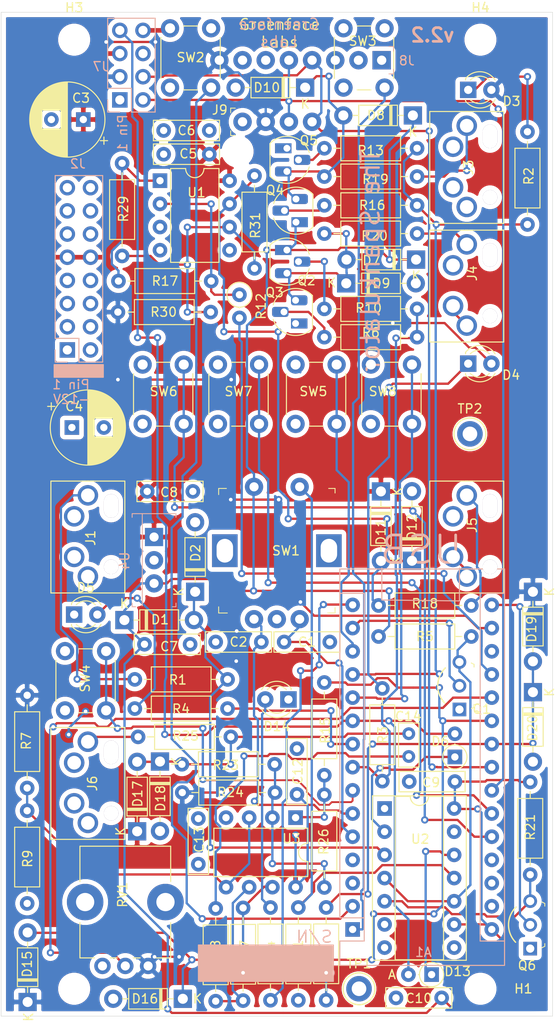
<source format=kicad_pcb>
(kicad_pcb (version 20171130) (host pcbnew "(5.1.2)-1")
  (title_block (rev 2.2))
  (layers (0 F.Cu signal) (1 In1.Cu power) (2 In2.Cu power) (31 B.Cu signal) (34 B.Paste user) (35 F.Paste user) (36 B.SilkS user) (37 F.SilkS user) (38 B.Mask user) (39 F.Mask user) (44 Edge.Cuts user))
  (net 0 "")
  (net 1 +3V3)
  (net 2 "Net-(A1-Pad18)")
  (net 3 "Net-(A1-Pad3)")
  (net 4 "Net-(A1-Pad19)")
  (net 5 GND)
  (net 6 "Net-(A1-Pad20)")
  (net 7 "Net-(A1-Pad21)")
  (net 8 "Net-(A1-Pad22)")
  (net 9 "Net-(A1-Pad8)")
  (net 10 "Net-(A1-Pad9)")
  (net 11 "Net-(A1-Pad27)")
  (net 12 "Net-(A1-Pad12)")
  (net 13 "Net-(A1-Pad28)")
  (net 14 "Net-(A1-Pad14)")
  (net 15 +5V)
  (net 16 "Net-(A1-Pad15)")
  (net 17 "Net-(A1-Pad16)")
  (net 18 +12V)
  (net 19 -12V)
  (net 20 "Net-(D1-Pad2)")
  (net 21 "Net-(D5-Pad2)")
  (net 22 "Net-(D6-Pad1)")
  (net 23 "Net-(D7-Pad2)")
  (net 24 "Net-(D10-Pad1)")
  (net 25 "Net-(D11-Pad2)")
  (net 26 "Net-(J2-Pad11)")
  (net 27 "Net-(J2-Pad12)")
  (net 28 "Net-(J2-Pad13)")
  (net 29 "Net-(J2-Pad15)")
  (net 30 "Net-(J8-Pad3)")
  (net 31 "Net-(J8-Pad6)")
  (net 32 "Net-(R12-Pad1)")
  (net 33 "Net-(U2-Pad1)")
  (net 34 "Net-(J1-Pad2)")
  (net 35 "Net-(J3-Pad4)")
  (net 36 "Net-(J4-Pad4)")
  (net 37 "Net-(J4-Pad2)")
  (net 38 "Net-(J5-Pad2)")
  (net 39 "Net-(J5-Pad4)")
  (net 40 "Net-(J6-Pad2)")
  (net 41 "Net-(J2-Pad14)")
  (net 42 "Net-(J2-Pad16)")
  (net 43 "Net-(J3-Pad2)")
  (net 44 /Param-)
  (net 45 /Param+)
  (net 46 /Right)
  (net 47 /Trigger)
  (net 48 /Left)
  (net 49 /SCL)
  (net 50 /SDA)
  (net 51 /Rpeat)
  (net 52 /A)
  (net 53 /B)
  (net 54 /Up)
  (net 55 /Down)
  (net 56 "Net-(D14-Pad2)")
  (net 57 "Net-(R15-Pad1)")
  (net 58 "Net-(R23-Pad2)")
  (net 59 "Net-(R27-Pad1)")
  (net 60 "Net-(R17-Pad1)")
  (net 61 "Net-(R29-Pad1)")
  (net 62 "Net-(R11-Pad1)")
  (net 63 "Net-(J2-Pad8)")
  (net 64 "Net-(J2-Pad7)")
  (net 65 "Net-(D13-Pad1)")
  (net 66 "Net-(U2-Pad13)")
  (net 67 "Net-(Q1-Pad3)")
  (net 68 "Net-(C14-Pad1)")
  (net 69 "Net-(C14-Pad2)")
  (net 70 1.65V)
  (net 71 "Net-(R27-Pad2)")
  (net 72 "Net-(Q2-Pad2)")
  (net 73 "Net-(Q3-Pad2)")
  (net 74 "Net-(Q4-Pad2)")
  (net 75 "Net-(Q5-Pad2)")
  (net 76 "Net-(D3-Pad1)")
  (net 77 "Net-(D4-Pad1)")
  (net 78 "Net-(Q6-Pad3)")
  (net 79 "Net-(J7-Pad1)")
  (module Potentiometer_THT:Potentiometer_Bourns_PTV09A-1_Single_Vertical (layer F.Cu) (at 71.1 144 90)
    (fp_text reference RV1 (at 7.8 -2.8 90) (layer F.SilkS))
    (fp_text value 1K)
    (pad "" np_thru_hole circle (at 7 1.9 90) (size 4 4) (drill 2) (layers *.Cu *.Mask))
    (pad "" np_thru_hole circle (at 7 -6.9 90) (size 4 4) (drill 2) (layers *.Cu *.Mask))
    (pad 1 thru_hole circle (at 0 0 90) (size 1.8 1.8) (drill 1) (layers *.Cu *.Mask) (net 1 +3V3))
    (pad 2 thru_hole circle (at 0 -2.5 90) (size 1.8 1.8) (drill 1) (layers *.Cu *.Mask) (net 6 "Net-(A1-Pad20)"))
    (pad 3 thru_hole circle (at 0 -5 90) (size 1.8 1.8) (drill 1) (layers *.Cu *.Mask) (net 5 GND))
  )
  (module Button_Switch_THT:SW_PUSH_6mm (layer F.Cu) (at 78.75 84.6 90)
    (fp_text reference SW7 (at 3.55 2.25 180) (layer F.SilkS))
    (fp_text value ~)
    (pad 1 thru_hole circle (at 6.5 0 180) (size 2 2) (drill 1.1) (layers *.Cu *.Mask) (net 5 GND))
    (pad 2 thru_hole circle (at 6.5 4.5 180) (size 2 2) (drill 1.1) (layers *.Cu *.Mask) (net 48 /Left))
    (pad 1 thru_hole circle (at 0 0 180) (size 2 2) (drill 1.1) (layers *.Cu *.Mask) (net 5 GND))
    (pad 2 thru_hole circle (at 0 4.5 180) (size 2 2) (drill 1.1) (layers *.Cu *.Mask) (net 48 /Left))
  )
  (module Resistor_THT:R_Axial_DIN0207_L6.3mm_D2.5mm_P10.16mm_Horizontal (layer F.Cu) (at 90.4 63.75)
    (fp_text reference R20 (at 5.5 0.25) (layer F.SilkS))
    (fp_text value 470)
    (pad 2 thru_hole oval (at 10.16 0) (size 1.6 1.6) (drill 0.8) (layers *.Cu *.Mask) (net 37 "Net-(J4-Pad2)"))
    (pad 1 thru_hole circle (at 0 0) (size 1.6 1.6) (drill 0.8) (layers *.Cu *.Mask) (net 23 "Net-(D7-Pad2)"))
  )
  (module Module:Arduino_Nano (layer B.Cu) (at 93.5 140)
    (fp_text reference A1 (at 7.75 2.5) (layer B.SilkS) (effects (justify mirror)))
    (fp_text value Arduino_Nano_33IoT)
    (pad 16 thru_hole oval (at 15.24 -35.56) (size 1.6 1.6) (drill 0.8) (layers *.Cu *.Mask) (net 17 "Net-(A1-Pad16)"))
    (pad 15 thru_hole oval (at 0 -35.56) (size 1.6 1.6) (drill 0.8) (layers *.Cu *.Mask) (net 16 "Net-(A1-Pad15)"))
    (pad 30 thru_hole oval (at 15.24 0) (size 1.6 1.6) (drill 0.8) (layers *.Cu *.Mask) (net 15 +5V))
    (pad 14 thru_hole oval (at 0 -33.02) (size 1.6 1.6) (drill 0.8) (layers *.Cu *.Mask) (net 14 "Net-(A1-Pad14)"))
    (pad 29 thru_hole oval (at 15.24 -2.54) (size 1.6 1.6) (drill 0.8) (layers *.Cu *.Mask) (net 5 GND))
    (pad 13 thru_hole oval (at 0 -30.48) (size 1.6 1.6) (drill 0.8) (layers *.Cu *.Mask) (net 44 /Param-))
    (pad 28 thru_hole oval (at 15.24 -5.08) (size 1.6 1.6) (drill 0.8) (layers *.Cu *.Mask) (net 13 "Net-(A1-Pad28)"))
    (pad 12 thru_hole oval (at 0 -27.94) (size 1.6 1.6) (drill 0.8) (layers *.Cu *.Mask) (net 12 "Net-(A1-Pad12)"))
    (pad 27 thru_hole oval (at 15.24 -7.62) (size 1.6 1.6) (drill 0.8) (layers *.Cu *.Mask) (net 11 "Net-(A1-Pad27)"))
    (pad 11 thru_hole oval (at 0 -25.4) (size 1.6 1.6) (drill 0.8) (layers *.Cu *.Mask) (net 45 /Param+))
    (pad 26 thru_hole oval (at 15.24 -10.16) (size 1.6 1.6) (drill 0.8) (layers *.Cu *.Mask) (net 46 /Right))
    (pad 10 thru_hole oval (at 0 -22.86) (size 1.6 1.6) (drill 0.8) (layers *.Cu *.Mask) (net 47 /Trigger))
    (pad 25 thru_hole oval (at 15.24 -12.7) (size 1.6 1.6) (drill 0.8) (layers *.Cu *.Mask) (net 48 /Left))
    (pad 9 thru_hole oval (at 0 -20.32) (size 1.6 1.6) (drill 0.8) (layers *.Cu *.Mask) (net 10 "Net-(A1-Pad9)"))
    (pad 24 thru_hole oval (at 15.24 -15.24) (size 1.6 1.6) (drill 0.8) (layers *.Cu *.Mask) (net 49 /SCL))
    (pad 8 thru_hole oval (at 0 -17.78) (size 1.6 1.6) (drill 0.8) (layers *.Cu *.Mask) (net 9 "Net-(A1-Pad8)"))
    (pad 23 thru_hole oval (at 15.24 -17.78) (size 1.6 1.6) (drill 0.8) (layers *.Cu *.Mask) (net 50 /SDA))
    (pad 7 thru_hole oval (at 0 -15.24) (size 1.6 1.6) (drill 0.8) (layers *.Cu *.Mask) (net 51 /Rpeat))
    (pad 22 thru_hole oval (at 15.24 -20.32) (size 1.6 1.6) (drill 0.8) (layers *.Cu *.Mask) (net 8 "Net-(A1-Pad22)"))
    (pad 6 thru_hole oval (at 0 -12.7) (size 1.6 1.6) (drill 0.8) (layers *.Cu *.Mask) (net 52 /A))
    (pad 21 thru_hole oval (at 15.24 -22.86) (size 1.6 1.6) (drill 0.8) (layers *.Cu *.Mask) (net 7 "Net-(A1-Pad21)"))
    (pad 5 thru_hole oval (at 0 -10.16) (size 1.6 1.6) (drill 0.8) (layers *.Cu *.Mask) (net 53 /B))
    (pad 20 thru_hole oval (at 15.24 -25.4) (size 1.6 1.6) (drill 0.8) (layers *.Cu *.Mask) (net 6 "Net-(A1-Pad20)"))
    (pad 4 thru_hole oval (at 0 -7.62) (size 1.6 1.6) (drill 0.8) (layers *.Cu *.Mask) (net 5 GND))
    (pad 19 thru_hole oval (at 15.24 -27.94) (size 1.6 1.6) (drill 0.8) (layers *.Cu *.Mask) (net 4 "Net-(A1-Pad19)"))
    (pad 3 thru_hole oval (at 0 -5.08) (size 1.6 1.6) (drill 0.8) (layers *.Cu *.Mask) (net 3 "Net-(A1-Pad3)"))
    (pad 18 thru_hole oval (at 15.24 -30.48) (size 1.6 1.6) (drill 0.8) (layers *.Cu *.Mask) (net 2 "Net-(A1-Pad18)"))
    (pad 2 thru_hole oval (at 0 -2.54) (size 1.6 1.6) (drill 0.8) (layers *.Cu *.Mask) (net 54 /Up))
    (pad 17 thru_hole oval (at 15.24 -33.02) (size 1.6 1.6) (drill 0.8) (layers *.Cu *.Mask) (net 1 +3V3))
    (pad 1 thru_hole rect (at 0 0) (size 1.6 1.6) (drill 0.8) (layers *.Cu *.Mask) (net 55 /Down))
  )
  (module digikey-footprints:Rotary_Encoder_Switched_PEC11R (layer F.Cu) (at 79.5 98.5)
    (fp_text reference SW1 (at 6.7 0) (layer F.SilkS))
    (fp_text value Adj)
    (pad B thru_hole circle (at 8.2 7.5) (size 2 2) (drill 1) (layers *.Cu *.Mask) (net 53 /B))
    (pad C thru_hole circle (at 5.7 7.5) (size 2 2) (drill 1) (layers *.Cu *.Mask) (net 5 GND))
    (pad A thru_hole circle (at 3.2 7.5) (size 2 2) (drill 1) (layers *.Cu *.Mask) (net 52 /A))
    (pad 2 thru_hole circle (at 8.2 -7) (size 2 2) (drill 1) (layers *.Cu *.Mask) (net 62 "Net-(R11-Pad1)"))
    (pad 1 thru_hole circle (at 3.2 -7) (size 2 2) (drill 1) (layers *.Cu *.Mask) (net 15 +5V))
    (pad 3 thru_hole rect (at 11.4 0) (size 2.8 3.6) (drill oval 1.8 2.6) (layers *.Cu *.Mask))
    (pad 3 thru_hole rect (at 0 0) (size 2.8 3.6) (drill oval 1.8 2.6) (layers *.Cu *.Mask))
  )
  (module Capacitor_THT:CP_Radial_D8.0mm_P3.50mm (layer F.Cu) (at 62.75 85)
    (fp_text reference C4 (at 0.25 -2.3) (layer F.SilkS))
    (fp_text value 100uF)
    (pad 2 thru_hole circle (at 3.5 0) (size 1.6 1.6) (drill 0.8) (layers *.Cu *.Mask) (net 19 -12V))
    (pad 1 thru_hole rect (at 0 0) (size 1.6 1.6) (drill 0.8) (layers *.Cu *.Mask) (net 5 GND))
  )
  (module Capacitor_THT:CP_Radial_D8.0mm_P3.50mm (layer F.Cu) (at 64 51.25 180)
    (fp_text reference C3 (at 0.25 2.35) (layer F.SilkS))
    (fp_text value 100uF)
    (pad 2 thru_hole circle (at 3.5 0 180) (size 1.6 1.6) (drill 0.8) (layers *.Cu *.Mask) (net 5 GND))
    (pad 1 thru_hole rect (at 0 0 180) (size 1.6 1.6) (drill 0.8) (layers *.Cu *.Mask) (net 18 +12V))
  )
  (module LED_THT:LED_D3.0mm (layer F.Cu) (at 106.16 48)
    (fp_text reference D3 (at 4.75 1.25) (layer F.SilkS))
    (fp_text value "GREEN LED")
    (pad 2 thru_hole circle (at 2.54 0) (size 1.8 1.8) (drill 0.9) (layers *.Cu *.Mask) (net 1 +3V3))
    (pad 1 thru_hole rect (at 0 0) (size 1.8 1.8) (drill 0.9) (layers *.Cu *.Mask) (net 76 "Net-(D3-Pad1)"))
  )
  (module LED_THT:LED_D3.0mm (layer F.Cu) (at 106.16 78)
    (fp_text reference D4 (at 4.7 1.25) (layer F.SilkS))
    (fp_text value "BLUE LED")
    (pad 2 thru_hole circle (at 2.54 0) (size 1.8 1.8) (drill 0.9) (layers *.Cu *.Mask) (net 1 +3V3))
    (pad 1 thru_hole rect (at 0 0) (size 1.8 1.8) (drill 0.9) (layers *.Cu *.Mask) (net 77 "Net-(D4-Pad1)"))
  )
  (module LED_THT:LED_D3.0mm (layer F.Cu) (at 63 105.5)
    (fp_text reference D5 (at 1.27 -2.96) (layer F.SilkS))
    (fp_text value "YELLOW LED")
    (pad 2 thru_hole circle (at 2.54 0) (size 1.8 1.8) (drill 0.9) (layers *.Cu *.Mask) (net 21 "Net-(D5-Pad2)"))
    (pad 1 thru_hole rect (at 0 0) (size 1.8 1.8) (drill 0.9) (layers *.Cu *.Mask) (net 5 GND))
  )
  (module sputterizer:Molex-0472570001 (layer F.Cu) (at 64.5 97 90)
    (fp_text reference J1 (at -0.1 0.3 90) (layer F.SilkS))
    (fp_text value "3.5mm Jack")
    (pad 6 thru_hole circle (at -3.27 2.55 90) (size 1.6 1.6) (drill 1.6) (layers *.Cu *.Mask))
    (pad 5 thru_hole oval (at 3.41 2.55 90) (size 2.6 1.6) (drill oval 2.6 1.6) (layers *.Cu *.Mask))
    (pad 2 thru_hole circle (at 4.57 0 90) (size 2.25 2.25) (drill 1.5) (layers *.Cu *.Mask) (net 34 "Net-(J1-Pad2)"))
    (pad 4 thru_hole circle (at 2.27 -1.5 90) (size 2.25 2.25) (drill 1.5) (layers *.Cu *.Mask) (net 5 GND))
    (pad 3 thru_hole circle (at -2.18 -1.5 90) (size 2.25 2.25) (drill 1.5) (layers *.Cu *.Mask) (net 5 GND))
    (pad 1 thru_hole circle (at -4.33 0 90) (size 2.25 2.25) (drill 1.5) (layers *.Cu *.Mask) (net 5 GND))
  )
  (module Connector_PinHeader_2.54mm:PinHeader_2x08_P2.54mm_Vertical (layer B.Cu) (at 62.25 76.5)
    (fp_text reference J2 (at 1.15 -20.4) (layer B.SilkS) (effects (justify mirror)))
    (fp_text value "2X8 Header")
    (pad 16 thru_hole oval (at 2.54 -17.78) (size 1.7 1.7) (drill 1) (layers *.Cu *.Mask) (net 42 "Net-(J2-Pad16)"))
    (pad 15 thru_hole oval (at 0 -17.78) (size 1.7 1.7) (drill 1) (layers *.Cu *.Mask) (net 29 "Net-(J2-Pad15)"))
    (pad 14 thru_hole oval (at 2.54 -15.24) (size 1.7 1.7) (drill 1) (layers *.Cu *.Mask) (net 41 "Net-(J2-Pad14)"))
    (pad 13 thru_hole oval (at 0 -15.24) (size 1.7 1.7) (drill 1) (layers *.Cu *.Mask) (net 28 "Net-(J2-Pad13)"))
    (pad 12 thru_hole oval (at 2.54 -12.7) (size 1.7 1.7) (drill 1) (layers *.Cu *.Mask) (net 27 "Net-(J2-Pad12)"))
    (pad 11 thru_hole oval (at 0 -12.7) (size 1.7 1.7) (drill 1) (layers *.Cu *.Mask) (net 26 "Net-(J2-Pad11)"))
    (pad 10 thru_hole oval (at 2.54 -10.16) (size 1.7 1.7) (drill 1) (layers *.Cu *.Mask) (net 18 +12V))
    (pad 9 thru_hole oval (at 0 -10.16) (size 1.7 1.7) (drill 1) (layers *.Cu *.Mask) (net 18 +12V))
    (pad 8 thru_hole oval (at 2.54 -7.62) (size 1.7 1.7) (drill 1) (layers *.Cu *.Mask) (net 63 "Net-(J2-Pad8)"))
    (pad 7 thru_hole oval (at 0 -7.62) (size 1.7 1.7) (drill 1) (layers *.Cu *.Mask) (net 64 "Net-(J2-Pad7)"))
    (pad 6 thru_hole oval (at 2.54 -5.08) (size 1.7 1.7) (drill 1) (layers *.Cu *.Mask) (net 5 GND))
    (pad 5 thru_hole oval (at 0 -5.08) (size 1.7 1.7) (drill 1) (layers *.Cu *.Mask) (net 5 GND))
    (pad 4 thru_hole oval (at 2.54 -2.54) (size 1.7 1.7) (drill 1) (layers *.Cu *.Mask) (net 5 GND))
    (pad 3 thru_hole oval (at 0 -2.54) (size 1.7 1.7) (drill 1) (layers *.Cu *.Mask) (net 5 GND))
    (pad 2 thru_hole oval (at 2.54 0) (size 1.7 1.7) (drill 1) (layers *.Cu *.Mask) (net 19 -12V))
    (pad 1 thru_hole rect (at 0 0) (size 1.7 1.7) (drill 1) (layers *.Cu *.Mask) (net 19 -12V))
  )
  (module sputterizer:Molex-0472570001 (layer F.Cu) (at 106 56.5 90)
    (fp_text reference J3 (at 0 0.2 90) (layer F.SilkS))
    (fp_text value "3.5mm Jack")
    (pad 6 thru_hole circle (at -3.27 2.55 90) (size 1.6 1.6) (drill 1.6) (layers *.Cu *.Mask))
    (pad 5 thru_hole oval (at 3.41 2.55 90) (size 2.6 1.6) (drill oval 2.6 1.6) (layers *.Cu *.Mask))
    (pad 2 thru_hole circle (at 4.57 0 90) (size 2.25 2.25) (drill 1.5) (layers *.Cu *.Mask) (net 43 "Net-(J3-Pad2)"))
    (pad 4 thru_hole circle (at 2.27 -1.5 90) (size 2.25 2.25) (drill 1.5) (layers *.Cu *.Mask) (net 35 "Net-(J3-Pad4)"))
    (pad 3 thru_hole circle (at -2.18 -1.5 90) (size 2.25 2.25) (drill 1.5) (layers *.Cu *.Mask) (net 5 GND))
    (pad 1 thru_hole circle (at -4.33 0 90) (size 2.25 2.25) (drill 1.5) (layers *.Cu *.Mask) (net 5 GND))
  )
  (module sputterizer:Molex-0472570001 (layer F.Cu) (at 106 69.5 90)
    (fp_text reference J4 (at 1.4 0.6 90) (layer F.SilkS))
    (fp_text value "3.5mm Jack")
    (pad 6 thru_hole circle (at -3.27 2.55 90) (size 1.6 1.6) (drill 1.6) (layers *.Cu *.Mask))
    (pad 5 thru_hole oval (at 3.41 2.55 90) (size 2.6 1.6) (drill oval 2.6 1.6) (layers *.Cu *.Mask))
    (pad 2 thru_hole circle (at 4.57 0 90) (size 2.25 2.25) (drill 1.5) (layers *.Cu *.Mask) (net 37 "Net-(J4-Pad2)"))
    (pad 4 thru_hole circle (at 2.27 -1.5 90) (size 2.25 2.25) (drill 1.5) (layers *.Cu *.Mask) (net 36 "Net-(J4-Pad4)"))
    (pad 3 thru_hole circle (at -2.18 -1.5 90) (size 2.25 2.25) (drill 1.5) (layers *.Cu *.Mask) (net 5 GND))
    (pad 1 thru_hole circle (at -4.33 0 90) (size 2.25 2.25) (drill 1.5) (layers *.Cu *.Mask) (net 5 GND))
  )
  (module sputterizer:Molex-0472570001 (layer F.Cu) (at 106 97 90)
    (fp_text reference J5 (at 1.3 0.6 90) (layer F.SilkS))
    (fp_text value "3.5mm Jack")
    (pad 6 thru_hole circle (at -3.27 2.55 90) (size 1.6 1.6) (drill 1.6) (layers *.Cu *.Mask))
    (pad 5 thru_hole oval (at 3.41 2.55 90) (size 2.6 1.6) (drill oval 2.6 1.6) (layers *.Cu *.Mask))
    (pad 2 thru_hole circle (at 4.57 0 90) (size 2.25 2.25) (drill 1.5) (layers *.Cu *.Mask) (net 38 "Net-(J5-Pad2)"))
    (pad 4 thru_hole circle (at 2.27 -1.5 90) (size 2.25 2.25) (drill 1.5) (layers *.Cu *.Mask) (net 39 "Net-(J5-Pad4)"))
    (pad 3 thru_hole circle (at -2.18 -1.5 90) (size 2.25 2.25) (drill 1.5) (layers *.Cu *.Mask) (net 5 GND))
    (pad 1 thru_hole circle (at -4.33 0 90) (size 2.25 2.25) (drill 1.5) (layers *.Cu *.Mask) (net 5 GND))
  )
  (module sputterizer:Molex-0472570001 (layer F.Cu) (at 64.5 124 90)
    (fp_text reference J6 (at 0 0.5 90) (layer F.SilkS))
    (fp_text value "3.5mm Jack")
    (pad 6 thru_hole circle (at -3.27 2.55 90) (size 1.6 1.6) (drill 1.6) (layers *.Cu *.Mask))
    (pad 5 thru_hole oval (at 3.41 2.55 90) (size 2.6 1.6) (drill oval 2.6 1.6) (layers *.Cu *.Mask))
    (pad 2 thru_hole circle (at 4.57 0 90) (size 2.25 2.25) (drill 1.5) (layers *.Cu *.Mask) (net 40 "Net-(J6-Pad2)"))
    (pad 4 thru_hole circle (at 2.27 -1.5 90) (size 2.25 2.25) (drill 1.5) (layers *.Cu *.Mask) (net 5 GND))
    (pad 3 thru_hole circle (at -2.18 -1.5 90) (size 2.25 2.25) (drill 1.5) (layers *.Cu *.Mask) (net 5 GND))
    (pad 1 thru_hole circle (at -4.33 0 90) (size 2.25 2.25) (drill 1.5) (layers *.Cu *.Mask) (net 5 GND))
  )
  (module Resistor_THT:R_Axial_DIN0207_L6.3mm_D2.5mm_P10.16mm_Horizontal (layer F.Cu) (at 79.8 112.6 180)
    (fp_text reference R1 (at 5.45 -0.05) (layer F.SilkS))
    (fp_text value 10K)
    (pad 2 thru_hole oval (at 10.16 0 180) (size 1.6 1.6) (drill 0.8) (layers *.Cu *.Mask) (net 34 "Net-(J1-Pad2)"))
    (pad 1 thru_hole circle (at 0 0 180) (size 1.6 1.6) (drill 0.8) (layers *.Cu *.Mask) (net 20 "Net-(D1-Pad2)"))
  )
  (module Resistor_THT:R_Axial_DIN0207_L6.3mm_D2.5mm_P10.16mm_Horizontal (layer F.Cu) (at 112.65 62.75 90)
    (fp_text reference R2 (at 5.3 0.15 90) (layer F.SilkS))
    (fp_text value 1K)
    (pad 2 thru_hole oval (at 10.16 0 90) (size 1.6 1.6) (drill 0.8) (layers *.Cu *.Mask) (net 76 "Net-(D3-Pad1)"))
    (pad 1 thru_hole circle (at 0 0 90) (size 1.6 1.6) (drill 0.8) (layers *.Cu *.Mask) (net 12 "Net-(A1-Pad12)"))
  )
  (module Resistor_THT:R_Axial_DIN0207_L6.3mm_D2.5mm_P10.16mm_Horizontal (layer F.Cu) (at 96.75 123.75 90)
    (fp_text reference R3 (at 5.05 0.05 270) (layer F.SilkS))
    (fp_text value 1K)
    (pad 2 thru_hole oval (at 10.16 0 90) (size 1.6 1.6) (drill 0.8) (layers *.Cu *.Mask) (net 77 "Net-(D4-Pad1)"))
    (pad 1 thru_hole circle (at 0 0 90) (size 1.6 1.6) (drill 0.8) (layers *.Cu *.Mask) (net 9 "Net-(A1-Pad8)"))
  )
  (module Resistor_THT:R_Axial_DIN0207_L6.3mm_D2.5mm_P10.16mm_Horizontal (layer F.Cu) (at 79.8 115.8 180)
    (fp_text reference R4 (at 5.1 -0.05) (layer F.SilkS))
    (fp_text value 1K)
    (pad 2 thru_hole oval (at 10.16 0 180) (size 1.6 1.6) (drill 0.8) (layers *.Cu *.Mask) (net 21 "Net-(D5-Pad2)"))
    (pad 1 thru_hole circle (at 0 0 180) (size 1.6 1.6) (drill 0.8) (layers *.Cu *.Mask) (net 10 "Net-(A1-Pad9)"))
  )
  (module Resistor_THT:R_Axial_DIN0207_L6.3mm_D2.5mm_P10.16mm_Horizontal (layer F.Cu) (at 90.4 75.1)
    (fp_text reference R6 (at 5.1 -0.5) (layer F.SilkS))
    (fp_text value 100K)
    (pad 2 thru_hole oval (at 10.16 0) (size 1.6 1.6) (drill 0.8) (layers *.Cu *.Mask) (net 9 "Net-(A1-Pad8)"))
    (pad 1 thru_hole circle (at 0 0) (size 1.6 1.6) (drill 0.8) (layers *.Cu *.Mask) (net 73 "Net-(Q3-Pad2)"))
  )
  (module Resistor_THT:R_Axial_DIN0207_L6.3mm_D2.5mm_P10.16mm_Horizontal (layer F.Cu) (at 57.85 124.5 90)
    (fp_text reference R7 (at 5.15 -0.1 90) (layer F.SilkS))
    (fp_text value 470)
    (pad 2 thru_hole oval (at 10.16 0 90) (size 1.6 1.6) (drill 0.8) (layers *.Cu *.Mask) (net 1 +3V3))
    (pad 1 thru_hole circle (at 0 0 90) (size 1.6 1.6) (drill 0.8) (layers *.Cu *.Mask) (net 70 1.65V))
  )
  (module Resistor_THT:R_Axial_DIN0207_L6.3mm_D2.5mm_P10.16mm_Horizontal (layer F.Cu) (at 57.85 137.15 90)
    (fp_text reference R9 (at 4.9 0.05 90) (layer F.SilkS))
    (fp_text value 470)
    (pad 2 thru_hole oval (at 10.16 0 90) (size 1.6 1.6) (drill 0.8) (layers *.Cu *.Mask) (net 70 1.65V))
    (pad 1 thru_hole circle (at 0 0 90) (size 1.6 1.6) (drill 0.8) (layers *.Cu *.Mask) (net 5 GND))
  )
  (module Resistor_THT:R_Axial_DIN0207_L6.3mm_D2.5mm_P10.16mm_Horizontal (layer F.Cu) (at 90.4 72)
    (fp_text reference R10 (at 4.85 -0.1) (layer F.SilkS))
    (fp_text value 47K)
    (pad 2 thru_hole oval (at 10.16 0) (size 1.6 1.6) (drill 0.8) (layers *.Cu *.Mask) (net 9 "Net-(A1-Pad8)"))
    (pad 1 thru_hole circle (at 0 0) (size 1.6 1.6) (drill 0.8) (layers *.Cu *.Mask) (net 72 "Net-(Q2-Pad2)"))
  )
  (module Resistor_THT:R_Axial_DIN0207_L6.3mm_D2.5mm_P10.16mm_Horizontal (layer F.Cu) (at 90.4 54.4)
    (fp_text reference R13 (at 5.08 0.25) (layer F.SilkS))
    (fp_text value 100K)
    (pad 2 thru_hole oval (at 10.16 0) (size 1.6 1.6) (drill 0.8) (layers *.Cu *.Mask) (net 12 "Net-(A1-Pad12)"))
    (pad 1 thru_hole circle (at 0 0) (size 1.6 1.6) (drill 0.8) (layers *.Cu *.Mask) (net 75 "Net-(Q5-Pad2)"))
  )
  (module Resistor_THT:R_Axial_DIN0207_L6.3mm_D2.5mm_P10.16mm_Horizontal (layer F.Cu) (at 90.4 60.65)
    (fp_text reference R16 (at 5.25 0) (layer F.SilkS))
    (fp_text value 47K)
    (pad 2 thru_hole oval (at 10.16 0) (size 1.6 1.6) (drill 0.8) (layers *.Cu *.Mask) (net 12 "Net-(A1-Pad12)"))
    (pad 1 thru_hole circle (at 0 0) (size 1.6 1.6) (drill 0.8) (layers *.Cu *.Mask) (net 74 "Net-(Q4-Pad2)"))
  )
  (module Resistor_THT:R_Axial_DIN0207_L6.3mm_D2.5mm_P10.16mm_Horizontal (layer F.Cu) (at 67.85 68.95)
    (fp_text reference R17 (at 5.1 0) (layer F.SilkS))
    (fp_text value 301K)
    (pad 2 thru_hole oval (at 10.16 0) (size 1.6 1.6) (drill 0.8) (layers *.Cu *.Mask) (net 32 "Net-(R12-Pad1)"))
    (pad 1 thru_hole circle (at 0 0) (size 1.6 1.6) (drill 0.8) (layers *.Cu *.Mask) (net 60 "Net-(R17-Pad1)"))
  )
  (module Resistor_THT:R_Axial_DIN0207_L6.3mm_D2.5mm_P10.16mm_Horizontal (layer F.Cu) (at 106.5 104.5 180)
    (fp_text reference R18 (at 5.08 0.2) (layer F.SilkS))
    (fp_text value 470)
    (pad 2 thru_hole oval (at 10.16 0 180) (size 1.6 1.6) (drill 0.8) (layers *.Cu *.Mask) (net 25 "Net-(D11-Pad2)"))
    (pad 1 thru_hole circle (at 0 0 180) (size 1.6 1.6) (drill 0.8) (layers *.Cu *.Mask) (net 38 "Net-(J5-Pad2)"))
  )
  (module Resistor_THT:R_Axial_DIN0207_L6.3mm_D2.5mm_P10.16mm_Horizontal (layer F.Cu) (at 90.4 57.5)
    (fp_text reference R19 (at 5.6 0.3) (layer F.SilkS))
    (fp_text value 470)
    (pad 2 thru_hole oval (at 10.16 0) (size 1.6 1.6) (drill 0.8) (layers *.Cu *.Mask) (net 43 "Net-(J3-Pad2)"))
    (pad 1 thru_hole circle (at 0 0) (size 1.6 1.6) (drill 0.8) (layers *.Cu *.Mask) (net 24 "Net-(D10-Pad1)"))
  )
  (module Button_Switch_THT:SW_PUSH_6mm (layer F.Cu) (at 73.5 47.75 90)
    (fp_text reference SW2 (at 3.3 2.25 180) (layer F.SilkS))
    (fp_text value ~)
    (pad 1 thru_hole circle (at 6.5 0 180) (size 2 2) (drill 1.1) (layers *.Cu *.Mask) (net 5 GND))
    (pad 2 thru_hole circle (at 6.5 4.5 180) (size 2 2) (drill 1.1) (layers *.Cu *.Mask) (net 54 /Up))
    (pad 1 thru_hole circle (at 0 0 180) (size 2 2) (drill 1.1) (layers *.Cu *.Mask) (net 5 GND))
    (pad 2 thru_hole circle (at 0 4.5 180) (size 2 2) (drill 1.1) (layers *.Cu *.Mask) (net 54 /Up))
  )
  (module Button_Switch_THT:SW_PUSH_6mm (layer F.Cu) (at 92.5 47.75 90)
    (fp_text reference SW3 (at 5.1 2.1 180) (layer F.SilkS))
    (fp_text value ~)
    (pad 1 thru_hole circle (at 6.5 0 180) (size 2 2) (drill 1.1) (layers *.Cu *.Mask) (net 5 GND))
    (pad 2 thru_hole circle (at 6.5 4.5 180) (size 2 2) (drill 1.1) (layers *.Cu *.Mask) (net 55 /Down))
    (pad 1 thru_hole circle (at 0 0 180) (size 2 2) (drill 1.1) (layers *.Cu *.Mask) (net 5 GND))
    (pad 2 thru_hole circle (at 0 4.5 180) (size 2 2) (drill 1.1) (layers *.Cu *.Mask) (net 55 /Down))
  )
  (module Button_Switch_THT:SW_PUSH_6mm (layer F.Cu) (at 62 116 90)
    (fp_text reference SW4 (at 3.5 2.2 90) (layer F.SilkS))
    (fp_text value ~)
    (pad 1 thru_hole circle (at 6.5 0 180) (size 2 2) (drill 1.1) (layers *.Cu *.Mask) (net 5 GND))
    (pad 2 thru_hole circle (at 6.5 4.5 180) (size 2 2) (drill 1.1) (layers *.Cu *.Mask) (net 51 /Rpeat))
    (pad 1 thru_hole circle (at 0 0 180) (size 2 2) (drill 1.1) (layers *.Cu *.Mask) (net 5 GND))
    (pad 2 thru_hole circle (at 0 4.5 180) (size 2 2) (drill 1.1) (layers *.Cu *.Mask) (net 51 /Rpeat))
  )
  (module Button_Switch_THT:SW_PUSH_6mm (layer F.Cu) (at 87.25 84.6 90)
    (fp_text reference SW5 (at 3.55 1.95 180) (layer F.SilkS))
    (fp_text value ~)
    (pad 1 thru_hole circle (at 6.5 0 180) (size 2 2) (drill 1.1) (layers *.Cu *.Mask) (net 5 GND))
    (pad 2 thru_hole circle (at 6.5 4.5 180) (size 2 2) (drill 1.1) (layers *.Cu *.Mask) (net 44 /Param-))
    (pad 1 thru_hole circle (at 0 0 180) (size 2 2) (drill 1.1) (layers *.Cu *.Mask) (net 5 GND))
    (pad 2 thru_hole circle (at 0 4.5 180) (size 2 2) (drill 1.1) (layers *.Cu *.Mask) (net 44 /Param-))
  )
  (module Button_Switch_THT:SW_PUSH_6mm (layer F.Cu) (at 70.5 84.6 90)
    (fp_text reference SW6 (at 3.55 2.3 180) (layer F.SilkS))
    (fp_text value ~)
    (pad 1 thru_hole circle (at 6.5 0 180) (size 2 2) (drill 1.1) (layers *.Cu *.Mask) (net 5 GND))
    (pad 2 thru_hole circle (at 6.5 4.5 180) (size 2 2) (drill 1.1) (layers *.Cu *.Mask) (net 46 /Right))
    (pad 1 thru_hole circle (at 0 0 180) (size 2 2) (drill 1.1) (layers *.Cu *.Mask) (net 5 GND))
    (pad 2 thru_hole circle (at 0 4.5 180) (size 2 2) (drill 1.1) (layers *.Cu *.Mask) (net 46 /Right))
  )
  (module Button_Switch_THT:SW_PUSH_6mm (layer F.Cu) (at 95.5 84.6 90)
    (fp_text reference SW8 (at 3.55 1.3 180) (layer F.SilkS))
    (fp_text value ~)
    (pad 1 thru_hole circle (at 6.5 0 180) (size 2 2) (drill 1.1) (layers *.Cu *.Mask) (net 5 GND))
    (pad 2 thru_hole circle (at 6.5 4.5 180) (size 2 2) (drill 1.1) (layers *.Cu *.Mask) (net 45 /Param+))
    (pad 1 thru_hole circle (at 0 0 180) (size 2 2) (drill 1.1) (layers *.Cu *.Mask) (net 5 GND))
    (pad 2 thru_hole circle (at 0 4.5 180) (size 2 2) (drill 1.1) (layers *.Cu *.Mask) (net 45 /Param+))
  )
  (module TestPoint:TestPoint_Keystone_5005-5009_Compact (layer F.Cu) (at 94.2 146.5)
    (fp_text reference TP1 (at 0 -2.75) (layer F.SilkS))
    (fp_text value TestPoint)
    (pad 1 thru_hole circle (at 0 0) (size 2.8 2.8) (drill 1.6) (layers *.Cu *.Mask) (net 5 GND))
  )
  (module Package_DIP:DIP-14_W7.62mm_Socket (layer F.Cu) (at 97 126.75)
    (fp_text reference U2 (at 3.9 3.35) (layer F.SilkS))
    (fp_text value CD4013BE)
    (pad 14 thru_hole oval (at 7.62 0) (size 1.6 1.6) (drill 0.8) (layers *.Cu *.Mask) (net 15 +5V))
    (pad 7 thru_hole oval (at 0 15.24) (size 1.6 1.6) (drill 0.8) (layers *.Cu *.Mask) (net 5 GND))
    (pad 13 thru_hole oval (at 7.62 2.54) (size 1.6 1.6) (drill 0.8) (layers *.Cu *.Mask) (net 66 "Net-(U2-Pad13)"))
    (pad 6 thru_hole oval (at 0 12.7) (size 1.6 1.6) (drill 0.8) (layers *.Cu *.Mask) (net 5 GND))
    (pad 12 thru_hole oval (at 7.62 5.08) (size 1.6 1.6) (drill 0.8) (layers *.Cu *.Mask) (net 65 "Net-(D13-Pad1)"))
    (pad 5 thru_hole oval (at 0 10.16) (size 1.6 1.6) (drill 0.8) (layers *.Cu *.Mask) (net 78 "Net-(Q6-Pad3)"))
    (pad 11 thru_hole oval (at 7.62 7.62) (size 1.6 1.6) (drill 0.8) (layers *.Cu *.Mask) (net 62 "Net-(R11-Pad1)"))
    (pad 4 thru_hole oval (at 0 7.62) (size 1.6 1.6) (drill 0.8) (layers *.Cu *.Mask) (net 67 "Net-(Q1-Pad3)"))
    (pad 10 thru_hole oval (at 7.62 10.16) (size 1.6 1.6) (drill 0.8) (layers *.Cu *.Mask) (net 67 "Net-(Q1-Pad3)"))
    (pad 3 thru_hole oval (at 0 5.08) (size 1.6 1.6) (drill 0.8) (layers *.Cu *.Mask) (net 20 "Net-(D1-Pad2)"))
    (pad 9 thru_hole oval (at 7.62 12.7) (size 1.6 1.6) (drill 0.8) (layers *.Cu *.Mask) (net 15 +5V))
    (pad 2 thru_hole oval (at 0 2.54) (size 1.6 1.6) (drill 0.8) (layers *.Cu *.Mask) (net 22 "Net-(D6-Pad1)"))
    (pad 8 thru_hole oval (at 7.62 15.24) (size 1.6 1.6) (drill 0.8) (layers *.Cu *.Mask) (net 5 GND))
    (pad 1 thru_hole rect (at 0 0) (size 1.6 1.6) (drill 0.8) (layers *.Cu *.Mask) (net 33 "Net-(U2-Pad1)"))
  )
  (module digikey-footprints:TO-220-3 (layer B.Cu) (at 71.75 97 270)
    (fp_text reference U4 (at 2.62 3.22 270) (layer B.SilkS) (effects (justify mirror)))
    (fp_text value MC7805CTG)
    (pad 3 thru_hole circle (at 5.08 0 270) (size 2 2) (drill 1) (layers *.Cu *.Mask) (net 15 +5V))
    (pad 2 thru_hole circle (at 2.54 0 270) (size 2 2) (drill 1) (layers *.Cu *.Mask) (net 5 GND))
    (pad 1 thru_hole rect (at 0 0 270) (size 2 2) (drill 1) (layers *.Cu *.Mask) (net 18 +12V))
  )
  (module MountingHole:MountingHole_2.5mm (layer F.Cu) (at 107.5 146.5)
    (fp_text reference H1 (at 4.7 0) (layer F.SilkS))
    (fp_text value MountingHole)
    (pad 1 np_thru_hole circle (at 0 0) (size 2.5 2.5) (drill 2.5) (layers *.Cu *.Mask))
  )
  (module MountingHole:MountingHole_2.5mm (layer F.Cu) (at 63 146.5)
    (fp_text reference H2 (at -0.05 0) (layer F.SilkS))
    (fp_text value MountingHole)
    (pad 1 np_thru_hole circle (at 0 0) (size 2.5 2.5) (drill 2.5) (layers *.Cu *.Mask))
  )
  (module MountingHole:MountingHole_2.5mm (layer F.Cu) (at 63 42.5)
    (fp_text reference H3 (at 0 -3.5) (layer F.SilkS))
    (fp_text value MountingHole)
    (pad 1 np_thru_hole circle (at 0 0) (size 2.5 2.5) (drill 2.5) (layers *.Cu *.Mask))
  )
  (module MountingHole:MountingHole_2.5mm (layer F.Cu) (at 107.5 42.5)
    (fp_text reference H4 (at 0 -3.5) (layer F.SilkS))
    (fp_text value MountingHole)
    (pad 1 np_thru_hole circle (at 0 0) (size 2.5 2.5) (drill 2.5) (layers *.Cu *.Mask))
  )
  (module Capacitor_THT:C_Rect_L7.0mm_W2.0mm_P5.00mm (layer F.Cu) (at 70.7 108.75)
    (fp_text reference C7 (at 2.7 0.25) (layer F.SilkS))
    (fp_text value 100nF)
    (pad 2 thru_hole circle (at 5 0) (size 1.6 1.6) (drill 0.8) (layers *.Cu *.Mask) (net 5 GND))
    (pad 1 thru_hole circle (at 0 0) (size 1.6 1.6) (drill 0.8) (layers *.Cu *.Mask) (net 15 +5V))
  )
  (module Capacitor_THT:C_Rect_L7.0mm_W2.0mm_P5.00mm (layer F.Cu) (at 71 92)
    (fp_text reference C8 (at 2.4 0.1) (layer F.SilkS))
    (fp_text value 330nF)
    (pad 2 thru_hole circle (at 5 0) (size 1.6 1.6) (drill 0.8) (layers *.Cu *.Mask) (net 5 GND))
    (pad 1 thru_hole circle (at 0 0) (size 1.6 1.6) (drill 0.8) (layers *.Cu *.Mask) (net 18 +12V))
  )
  (module Capacitor_THT:C_Rect_L7.0mm_W2.0mm_P5.00mm (layer F.Cu) (at 104.7 123.8 180)
    (fp_text reference C9 (at 2.6 -0.1) (layer F.SilkS))
    (fp_text value 100nF)
    (pad 2 thru_hole circle (at 5 0 180) (size 1.6 1.6) (drill 0.8) (layers *.Cu *.Mask) (net 5 GND))
    (pad 1 thru_hole circle (at 0 0 180) (size 1.6 1.6) (drill 0.8) (layers *.Cu *.Mask) (net 15 +5V))
  )
  (module Capacitor_THT:C_Rect_L7.0mm_W2.0mm_P5.00mm (layer F.Cu) (at 103.25 147.5 180)
    (fp_text reference C10 (at 2.5 -0.05) (layer F.SilkS))
    (fp_text value 330nF)
    (pad 2 thru_hole circle (at 5 0 180) (size 1.6 1.6) (drill 0.8) (layers *.Cu *.Mask) (net 5 GND))
    (pad 1 thru_hole circle (at 0 0 180) (size 1.6 1.6) (drill 0.8) (layers *.Cu *.Mask) (net 15 +5V))
  )
  (module Capacitor_THT:C_Rect_L7.0mm_W2.0mm_P5.00mm (layer F.Cu) (at 77.8 55.05 180)
    (fp_text reference C5 (at 2.3 0.05) (layer F.SilkS))
    (fp_text value 100nF)
    (pad 2 thru_hole circle (at 5 0 180) (size 1.6 1.6) (drill 0.8) (layers *.Cu *.Mask) (net 5 GND))
    (pad 1 thru_hole circle (at 0 0 180) (size 1.6 1.6) (drill 0.8) (layers *.Cu *.Mask) (net 18 +12V))
  )
  (module Capacitor_THT:C_Rect_L7.0mm_W2.0mm_P5.00mm (layer F.Cu) (at 77.8 52.45 180)
    (fp_text reference C6 (at 2.5 0) (layer F.SilkS))
    (fp_text value 100nF)
    (pad 2 thru_hole circle (at 5 0 180) (size 1.6 1.6) (drill 0.8) (layers *.Cu *.Mask) (net 19 -12V))
    (pad 1 thru_hole circle (at 0 0 180) (size 1.6 1.6) (drill 0.8) (layers *.Cu *.Mask) (net 5 GND))
  )
  (module sputterizer:OLED_Header (layer F.Cu) (at 81.44 51.5)
    (fp_text reference J9 (at -2.49 -1.3) (layer F.SilkS))
    (fp_text value "Display Header")
    (pad 4 thru_hole circle (at 7.62 0) (size 2.02 2.02) (drill 1.02) (layers *.Cu *.Mask) (net 50 /SDA))
    (pad 3 thru_hole circle (at 5.08 0) (size 2.02 2.02) (drill 1.02) (layers *.Cu *.Mask) (net 49 /SCL))
    (pad 2 thru_hole circle (at 2.54 0) (size 2.02 2.02) (drill 1.02) (layers *.Cu *.Mask) (net 1 +3V3))
    (pad 1 thru_hole circle (at 0 0) (size 2.02 2.02) (drill 1.02) (layers *.Cu *.Mask) (net 5 GND))
  )
  (module sputterizer:PinHeader_1x8_P2.54mm_Drill1.02mm (layer B.Cu) (at 96.68 44.75 180)
    (fp_text reference J8 (at -2.75 -0.05) (layer B.SilkS) (effects (justify mirror)))
    (fp_text value "FRAM Header")
    (pad 8 thru_hole circle (at 17.78 0 180) (size 2.02 2.02) (drill 1.02) (layers *.Cu *.Mask) (net 1 +3V3))
    (pad 7 thru_hole circle (at 15.24 0 180) (size 2.02 2.02) (drill 1.02) (layers *.Cu *.Mask) (net 5 GND))
    (pad 6 thru_hole circle (at 12.7 0 180) (size 2.02 2.02) (drill 1.02) (layers *.Cu *.Mask) (net 31 "Net-(J8-Pad6)"))
    (pad 5 thru_hole circle (at 10.16 0 180) (size 2.02 2.02) (drill 1.02) (layers *.Cu *.Mask) (net 49 /SCL))
    (pad 4 thru_hole circle (at 7.62 0 180) (size 2.02 2.02) (drill 1.02) (layers *.Cu *.Mask) (net 50 /SDA))
    (pad 3 thru_hole circle (at 5.08 0 180) (size 2.02 2.02) (drill 1.02) (layers *.Cu *.Mask) (net 30 "Net-(J8-Pad3)"))
    (pad 2 thru_hole circle (at 2.54 0 180) (size 2.02 2.02) (drill 1.02) (layers *.Cu *.Mask) (net 5 GND))
    (pad 1 thru_hole rect (at 0 0 180) (size 2.02 2.02) (drill 1.02) (layers *.Cu *.Mask) (net 5 GND))
  )
  (module sputterizer:MountingHole_2.5mm-No-Margin (layer F.Cu) (at 80.9 54.75)
    (fp_text reference H5 (at 0 0) (layer F.SilkS))
    (fp_text value MountingHole)
    (pad 1 np_thru_hole circle (at 0 0) (size 2.5 2.5) (drill 2.5) (layers *.Cu *.Mask))
  )
  (module Resistor_THT:R_Axial_DIN0207_L6.3mm_D2.5mm_P10.16mm_Horizontal (layer F.Cu) (at 106.5 107.9 180)
    (fp_text reference R5 (at 5.08 0) (layer F.SilkS))
    (fp_text value 10K)
    (pad 2 thru_hole oval (at 10.16 0 180) (size 1.6 1.6) (drill 0.8) (layers *.Cu *.Mask) (net 15 +5V))
    (pad 1 thru_hole circle (at 0 0 180) (size 1.6 1.6) (drill 0.8) (layers *.Cu *.Mask) (net 67 "Net-(Q1-Pad3)"))
  )
  (module digikey-footprints:TO-92-3_Formed_Leads (layer F.Cu) (at 105.2 115.9 90)
    (fp_text reference Q1 (at 0.05 2.45 180) (layer F.SilkS))
    (fp_text value TN2106)
    (pad 1 thru_hole rect (at 0 0 270) (size 1.5 1.5) (drill 0.9) (layers *.Cu *.Mask) (net 5 GND))
    (pad 3 thru_hole circle (at 5.2 0 270) (size 1.5 1.5) (drill 0.9) (layers *.Cu *.Mask) (net 67 "Net-(Q1-Pad3)"))
    (pad 2 thru_hole circle (at 2.6 0 270) (size 1.5 1.5) (drill 0.9) (layers *.Cu *.Mask) (net 14 "Net-(A1-Pad14)"))
  )
  (module LED_THT:LED_D3.0mm (layer F.Cu) (at 86.47 114.8 180)
    (fp_text reference D14 (at 1.27 -2.96) (layer F.SilkS))
    (fp_text value "RED LED")
    (pad 2 thru_hole circle (at 2.54 0 180) (size 1.8 1.8) (drill 0.9) (layers *.Cu *.Mask) (net 56 "Net-(D14-Pad2)"))
    (pad 1 thru_hole rect (at 0 0 180) (size 1.8 1.8) (drill 0.9) (layers *.Cu *.Mask) (net 5 GND))
  )
  (module Resistor_THT:R_Axial_DIN0207_L6.3mm_D2.5mm_P10.16mm_Horizontal (layer F.Cu) (at 84.5 137.6 270)
    (fp_text reference R14 (at 5.1 0 90) (layer F.SilkS))
    (fp_text value 1K)
    (pad 2 thru_hole oval (at 10.16 0 270) (size 1.6 1.6) (drill 0.8) (layers *.Cu *.Mask) (net 16 "Net-(A1-Pad15)"))
    (pad 1 thru_hole circle (at 0 0 270) (size 1.6 1.6) (drill 0.8) (layers *.Cu *.Mask) (net 56 "Net-(D14-Pad2)"))
  )
  (module Resistor_THT:R_Axial_DIN0207_L6.3mm_D2.5mm_P10.16mm_Horizontal (layer F.Cu) (at 90.4 123.1 90)
    (fp_text reference R15 (at 4.9 0.1 90) (layer F.SilkS))
    (fp_text value 10K)
    (pad 2 thru_hole oval (at 10.16 0 90) (size 1.6 1.6) (drill 0.8) (layers *.Cu *.Mask) (net 7 "Net-(A1-Pad21)"))
    (pad 1 thru_hole circle (at 0 0 90) (size 1.6 1.6) (drill 0.8) (layers *.Cu *.Mask) (net 57 "Net-(R15-Pad1)"))
  )
  (module Resistor_THT:R_Axial_DIN0207_L6.3mm_D2.5mm_P10.16mm_Horizontal (layer F.Cu) (at 74.8 121.9)
    (fp_text reference R23 (at 4.8 0.1) (layer F.SilkS))
    (fp_text value 301K)
    (pad 2 thru_hole oval (at 10.16 0) (size 1.6 1.6) (drill 0.8) (layers *.Cu *.Mask) (net 58 "Net-(R23-Pad2)"))
    (pad 1 thru_hole circle (at 0 0) (size 1.6 1.6) (drill 0.8) (layers *.Cu *.Mask) (net 68 "Net-(C14-Pad1)"))
  )
  (module Resistor_THT:R_Axial_DIN0207_L6.3mm_D2.5mm_P10.16mm_Horizontal (layer F.Cu) (at 85 125 180)
    (fp_text reference R24 (at 4.874999 0.024999) (layer F.SilkS))
    (fp_text value 301K)
    (pad 2 thru_hole oval (at 10.16 0 180) (size 1.6 1.6) (drill 0.8) (layers *.Cu *.Mask) (net 1 +3V3))
    (pad 1 thru_hole circle (at 0 0 180) (size 1.6 1.6) (drill 0.8) (layers *.Cu *.Mask) (net 58 "Net-(R23-Pad2)"))
  )
  (module Resistor_THT:R_Axial_DIN0207_L6.3mm_D2.5mm_P10.16mm_Horizontal (layer F.Cu) (at 70 118.9)
    (fp_text reference R25 (at 5.2 -0.1) (layer F.SilkS))
    (fp_text value 470)
    (pad 2 thru_hole oval (at 10.16 0) (size 1.6 1.6) (drill 0.8) (layers *.Cu *.Mask) (net 68 "Net-(C14-Pad1)"))
    (pad 1 thru_hole circle (at 0 0) (size 1.6 1.6) (drill 0.8) (layers *.Cu *.Mask) (net 40 "Net-(J6-Pad2)"))
  )
  (module Resistor_THT:R_Axial_DIN0207_L6.3mm_D2.5mm_P10.16mm_Horizontal (layer F.Cu) (at 90.4 135.4 90)
    (fp_text reference R26 (at 5.014999 -0.075001 90) (layer F.SilkS))
    (fp_text value 100K)
    (pad 2 thru_hole oval (at 10.16 0 90) (size 1.6 1.6) (drill 0.8) (layers *.Cu *.Mask) (net 57 "Net-(R15-Pad1)"))
    (pad 1 thru_hole circle (at 0 0 90) (size 1.6 1.6) (drill 0.8) (layers *.Cu *.Mask) (net 58 "Net-(R23-Pad2)"))
  )
  (module Resistor_THT:R_Axial_DIN0207_L6.3mm_D2.5mm_P10.16mm_Horizontal (layer F.Cu) (at 81.5 147.8 90)
    (fp_text reference R27 (at 5.2 0.2 90) (layer F.SilkS))
    (fp_text value 100K)
    (pad 2 thru_hole oval (at 10.16 0 90) (size 1.6 1.6) (drill 0.8) (layers *.Cu *.Mask) (net 71 "Net-(R27-Pad2)"))
    (pad 1 thru_hole circle (at 0 0 90) (size 1.6 1.6) (drill 0.8) (layers *.Cu *.Mask) (net 59 "Net-(R27-Pad1)"))
  )
  (module Resistor_THT:R_Axial_DIN0207_L6.3mm_D2.5mm_P10.16mm_Horizontal (layer F.Cu) (at 78.5 137.7 270)
    (fp_text reference R28 (at 4.9 0 90) (layer F.SilkS))
    (fp_text value 301K)
    (pad 2 thru_hole oval (at 10.16 0 270) (size 1.6 1.6) (drill 0.8) (layers *.Cu *.Mask) (net 59 "Net-(R27-Pad1)"))
    (pad 1 thru_hole circle (at 0 0 270) (size 1.6 1.6) (drill 0.8) (layers *.Cu *.Mask) (net 69 "Net-(C14-Pad2)"))
  )
  (module Capacitor_THT:C_Rect_L7.0mm_W2.0mm_P5.00mm (layer F.Cu) (at 87.4 125.2 90)
    (fp_text reference C12 (at 2.5 0.1 90) (layer F.SilkS))
    (fp_text value 100nF)
    (pad 2 thru_hole circle (at 5 0 90) (size 1.6 1.6) (drill 0.8) (layers *.Cu *.Mask) (net 5 GND))
    (pad 1 thru_hole circle (at 0 0 90) (size 1.6 1.6) (drill 0.8) (layers *.Cu *.Mask) (net 18 +12V))
  )
  (module Capacitor_THT:C_Rect_L7.0mm_W2.0mm_P5.00mm (layer F.Cu) (at 76.6 132.85 90)
    (fp_text reference C13 (at 2.7 0.1 90) (layer F.SilkS))
    (fp_text value 100nF)
    (pad 2 thru_hole circle (at 5 0 90) (size 1.6 1.6) (drill 0.8) (layers *.Cu *.Mask) (net 19 -12V))
    (pad 1 thru_hole circle (at 0 0 90) (size 1.6 1.6) (drill 0.8) (layers *.Cu *.Mask) (net 5 GND))
  )
  (module Capacitor_THT:C_Rect_L7.0mm_W2.0mm_P5.00mm (layer F.Cu) (at 86 108.5)
    (fp_text reference C1 (at 2.5 0) (layer F.SilkS))
    (fp_text value 10nF)
    (pad 2 thru_hole circle (at 5 0) (size 1.6 1.6) (drill 0.8) (layers *.Cu *.Mask) (net 5 GND))
    (pad 1 thru_hole circle (at 0 0) (size 1.6 1.6) (drill 0.8) (layers *.Cu *.Mask) (net 53 /B))
  )
  (module Capacitor_THT:C_Rect_L7.0mm_W2.0mm_P5.00mm (layer F.Cu) (at 83.5 108.5 180)
    (fp_text reference C2 (at 2.5 0) (layer F.SilkS))
    (fp_text value 10nF)
    (pad 2 thru_hole circle (at 5 0 180) (size 1.6 1.6) (drill 0.8) (layers *.Cu *.Mask) (net 5 GND))
    (pad 1 thru_hole circle (at 0 0 180) (size 1.6 1.6) (drill 0.8) (layers *.Cu *.Mask) (net 52 /A))
  )
  (module Diode_THT:D_DO-35_SOD27_P2.54mm_Vertical_AnodeUp (layer F.Cu) (at 104.7 121.1 90)
    (fp_text reference D6 (at 1.7 -1.6 180) (layer F.SilkS))
    (fp_text value 1N4148)
    (pad 2 thru_hole oval (at 2.54 0 90) (size 1.6 1.6) (drill 0.8) (layers *.Cu *.Mask) (net 47 /Trigger))
    (pad 1 thru_hole rect (at 0 0 90) (size 1.6 1.6) (drill 0.8) (layers *.Cu *.Mask) (net 22 "Net-(D6-Pad1)"))
  )
  (module sputterizer:D_DO-41_SOD27_P7.62mm_Horizontal (layer F.Cu) (at 68.5 106.1)
    (fp_text reference D1 (at 3.9 -0.05) (layer F.SilkS))
    (fp_text value SB120)
    (fp_text user K (at 0 -1.8) (layer F.SilkS))
    (pad 2 thru_hole oval (at 7.62 0) (size 2 2) (drill 1.1) (layers *.Cu *.Mask) (net 20 "Net-(D1-Pad2)"))
    (pad 1 thru_hole rect (at 0 0) (size 2 2) (drill 1.1) (layers *.Cu *.Mask) (net 15 +5V))
  )
  (module sputterizer:D_DO-41_SOD27_P7.62mm_Horizontal (layer F.Cu) (at 76.25 103 90)
    (fp_text reference D2 (at 4.25 0.05 90) (layer F.SilkS))
    (fp_text value SB120)
    (fp_text user K (at 0 -1.8 90) (layer F.SilkS))
    (pad 1 thru_hole rect (at 0 0 90) (size 2 2) (drill 1.1) (layers *.Cu *.Mask) (net 20 "Net-(D1-Pad2)"))
    (pad 2 thru_hole oval (at 7.62 0 90) (size 2 2) (drill 1.1) (layers *.Cu *.Mask) (net 5 GND))
  )
  (module sputterizer:D_DO-41_SOD27_P7.62mm_Horizontal (layer F.Cu) (at 100.1 50.8 180)
    (fp_text reference D8 (at 4.05 0) (layer F.SilkS))
    (fp_text value SB120)
    (fp_text user K (at 0 -1.8) (layer F.SilkS))
    (pad 1 thru_hole rect (at 0 0 180) (size 2 2) (drill 1.1) (layers *.Cu *.Mask) (net 15 +5V))
    (pad 2 thru_hole oval (at 7.62 0 180) (size 2 2) (drill 1.1) (layers *.Cu *.Mask) (net 24 "Net-(D10-Pad1)"))
  )
  (module sputterizer:D_DO-41_SOD27_P7.62mm_Horizontal (layer F.Cu) (at 92.8 69.2)
    (fp_text reference D9 (at 3.85 0) (layer F.SilkS))
    (fp_text value SB120)
    (fp_text user K (at -1.6 -0.05) (layer F.SilkS))
    (pad 2 thru_hole oval (at 7.62 0) (size 2 2) (drill 1.1) (layers *.Cu *.Mask) (net 5 GND))
    (pad 1 thru_hole rect (at 0 0) (size 2 2) (drill 1.1) (layers *.Cu *.Mask) (net 23 "Net-(D7-Pad2)"))
  )
  (module sputterizer:D_DO-41_SOD27_P7.62mm_Horizontal (layer F.Cu) (at 88.3 47.75 180)
    (fp_text reference D10 (at 4.2 0) (layer F.SilkS))
    (fp_text value SB120)
    (fp_text user K (at 0 -1.8) (layer F.SilkS))
    (pad 2 thru_hole oval (at 7.62 0 180) (size 2 2) (drill 1.1) (layers *.Cu *.Mask) (net 5 GND))
    (pad 1 thru_hole rect (at 0 0 180) (size 2 2) (drill 1.1) (layers *.Cu *.Mask) (net 24 "Net-(D10-Pad1)"))
  )
  (module sputterizer:D_DO-41_SOD27_P7.62mm_Horizontal (layer F.Cu) (at 96.6 92 270)
    (fp_text reference D11 (at 4.45 0 90) (layer F.SilkS))
    (fp_text value SB120)
    (fp_text user K (at 0 -1.8 90) (layer F.SilkS))
    (pad 1 thru_hole rect (at 0 0 270) (size 2 2) (drill 1.1) (layers *.Cu *.Mask) (net 18 +12V))
    (pad 2 thru_hole oval (at 7.62 0 270) (size 2 2) (drill 1.1) (layers *.Cu *.Mask) (net 25 "Net-(D11-Pad2)"))
  )
  (module sputterizer:D_DO-41_SOD27_P7.62mm_Horizontal (layer F.Cu) (at 57.9 147.95 90)
    (fp_text reference D15 (at 4.15 -0.05 90) (layer F.SilkS))
    (fp_text value SB120)
    (fp_text user K (at -1.65 0.1 90) (layer F.SilkS))
    (pad 2 thru_hole oval (at 7.62 0 90) (size 2 2) (drill 1.1) (layers *.Cu *.Mask) (net 7 "Net-(A1-Pad21)"))
    (pad 1 thru_hole rect (at 0 0 90) (size 2 2) (drill 1.1) (layers *.Cu *.Mask) (net 1 +3V3))
  )
  (module sputterizer:D_DO-41_SOD27_P7.62mm_Horizontal (layer F.Cu) (at 74.9 147.6 180)
    (fp_text reference D16 (at 4.15 0) (layer F.SilkS))
    (fp_text value SB120)
    (fp_text user K (at -1.6 0) (layer F.SilkS))
    (pad 1 thru_hole rect (at 0 0 180) (size 2 2) (drill 1.1) (layers *.Cu *.Mask) (net 7 "Net-(A1-Pad21)"))
    (pad 2 thru_hole oval (at 7.62 0 180) (size 2 2) (drill 1.1) (layers *.Cu *.Mask) (net 5 GND))
  )
  (module sputterizer:D_DO-41_SOD27_P7.62mm_Horizontal (layer F.Cu) (at 69.9 129.25 90)
    (fp_text reference D17 (at 4.1 0.05 90) (layer F.SilkS))
    (fp_text value SB120)
    (fp_text user K (at 0 -1.8 90) (layer F.SilkS))
    (pad 1 thru_hole rect (at 0 0 90) (size 2 2) (drill 1.1) (layers *.Cu *.Mask) (net 18 +12V))
    (pad 2 thru_hole oval (at 7.62 0 90) (size 2 2) (drill 1.1) (layers *.Cu *.Mask) (net 68 "Net-(C14-Pad1)"))
  )
  (module sputterizer:D_DO-41_SOD27_P7.62mm_Horizontal (layer F.Cu) (at 72.4 121.6 270)
    (fp_text reference D18 (at 4.05 -0.05 90) (layer F.SilkS))
    (fp_text value SB120)
    (fp_text user K (at 0 -1.8 90) (layer F.SilkS))
    (pad 2 thru_hole oval (at 7.62 0 270) (size 2 2) (drill 1.1) (layers *.Cu *.Mask) (net 19 -12V))
    (pad 1 thru_hole rect (at 0 0 270) (size 2 2) (drill 1.1) (layers *.Cu *.Mask) (net 68 "Net-(C14-Pad1)"))
  )
  (module Resistor_THT:R_Axial_DIN0207_L6.3mm_D2.5mm_P10.16mm_Horizontal (layer F.Cu) (at 68.25 66.2 90)
    (fp_text reference R29 (at 5.15 0.15 90) (layer F.SilkS))
    (fp_text value 200K)
    (pad 2 thru_hole oval (at 10.16 0 90) (size 1.6 1.6) (drill 0.8) (layers *.Cu *.Mask) (net 60 "Net-(R17-Pad1)"))
    (pad 1 thru_hole circle (at 0 0 90) (size 1.6 1.6) (drill 0.8) (layers *.Cu *.Mask) (net 61 "Net-(R29-Pad1)"))
  )
  (module Resistor_THT:R_Axial_DIN0207_L6.3mm_D2.5mm_P10.16mm_Horizontal (layer F.Cu) (at 77.95 72.35 180)
    (fp_text reference R30 (at 5.15 0) (layer F.SilkS))
    (fp_text value 133K)
    (pad 1 thru_hole circle (at 0 0 180) (size 1.6 1.6) (drill 0.8) (layers *.Cu *.Mask) (net 61 "Net-(R29-Pad1)"))
    (pad 2 thru_hole oval (at 10.16 0 180) (size 1.6 1.6) (drill 0.8) (layers *.Cu *.Mask) (net 1 +3V3))
  )
  (module Resistor_THT:R_Axial_DIN0207_L6.3mm_D2.5mm_P10.16mm_Horizontal (layer F.Cu) (at 82.75 57.4 270)
    (fp_text reference R31 (at 5.45 -0.1 90) (layer F.SilkS))
    (fp_text value 200K)
    (pad 1 thru_hole circle (at 0 0 270) (size 1.6 1.6) (drill 0.8) (layers *.Cu *.Mask) (net 25 "Net-(D11-Pad2)"))
    (pad 2 thru_hole oval (at 10.16 0 270) (size 1.6 1.6) (drill 0.8) (layers *.Cu *.Mask) (net 61 "Net-(R29-Pad1)"))
  )
  (module Capacitor_THT:C_Rect_L4.6mm_W2.0mm_P2.50mm_MKS02_FKP02 (layer F.Cu) (at 99.65 118.55 270)
    (fp_text reference C14 (at -1.9 0.05 180) (layer F.SilkS))
    (fp_text value 1uF)
    (pad 1 thru_hole circle (at 0 0 270) (size 1.4 1.4) (drill 0.7) (layers *.Cu *.Mask) (net 68 "Net-(C14-Pad1)"))
    (pad 2 thru_hole circle (at 2.5 0 270) (size 1.4 1.4) (drill 0.7) (layers *.Cu *.Mask) (net 69 "Net-(C14-Pad2)"))
  )
  (module sputterizer:D_DO-41_SOD27_P7.62mm_Horizontal (layer F.Cu) (at 100.45 66.6 180)
    (fp_text reference D7 (at 4.9 -0.1) (layer F.SilkS))
    (fp_text value SB120)
    (fp_text user K (at 0 -1.8) (layer F.SilkS))
    (pad 1 thru_hole rect (at 0 0 180) (size 2 2) (drill 1.1) (layers *.Cu *.Mask) (net 15 +5V))
    (pad 2 thru_hole oval (at 7.62 0 180) (size 2 2) (drill 1.1) (layers *.Cu *.Mask) (net 23 "Net-(D7-Pad2)"))
  )
  (module sputterizer:D_DO-41_SOD27_P7.62mm_Horizontal (layer F.Cu) (at 100 99.6 90)
    (fp_text reference D12 (at 3.7 0 90) (layer F.SilkS))
    (fp_text value SB120)
    (fp_text user K (at 0 -1.8 90) (layer F.SilkS))
    (pad 2 thru_hole oval (at 7.62 0 90) (size 2 2) (drill 1.1) (layers *.Cu *.Mask) (net 19 -12V))
    (pad 1 thru_hole rect (at 0 0 90) (size 2 2) (drill 1.1) (layers *.Cu *.Mask) (net 25 "Net-(D11-Pad2)"))
  )
  (module Diode_THT:D_DO-35_SOD27_P2.54mm_Vertical_AnodeUp (layer F.Cu) (at 102.15 144.95 180)
    (fp_text reference D13 (at -2.85 0.35) (layer F.SilkS))
    (fp_text value 1N4148)
    (fp_text user A (at 4.34 0) (layer F.SilkS))
    (pad 1 thru_hole rect (at 0 0 180) (size 1.6 1.6) (drill 0.8) (layers *.Cu *.Mask) (net 65 "Net-(D13-Pad1)"))
    (pad 2 thru_hole oval (at 2.54 0 180) (size 1.6 1.6) (drill 0.8) (layers *.Cu *.Mask) (net 47 /Trigger))
  )
  (module Resistor_THT:R_Axial_DIN0207_L6.3mm_D2.5mm_P10.16mm_Horizontal (layer F.Cu) (at 87.55 137.6 270)
    (fp_text reference R11 (at 5 0 90) (layer F.SilkS))
    (fp_text value 10K)
    (pad 1 thru_hole circle (at 0 0 270) (size 1.6 1.6) (drill 0.8) (layers *.Cu *.Mask) (net 62 "Net-(R11-Pad1)"))
    (pad 2 thru_hole oval (at 10.16 0 270) (size 1.6 1.6) (drill 0.8) (layers *.Cu *.Mask) (net 5 GND))
  )
  (module sputterizer:D_DO-41_SOD27_P7.62mm_Horizontal (layer F.Cu) (at 113.25 103 270)
    (fp_text reference D19 (at 4.1 0.15 90) (layer F.SilkS))
    (fp_text value SB120)
    (fp_text user K (at 0 -1.8 90) (layer F.SilkS))
    (pad 2 thru_hole oval (at 7.62 0 270) (size 2 2) (drill 1.1) (layers *.Cu *.Mask) (net 8 "Net-(A1-Pad22)"))
    (pad 1 thru_hole rect (at 0 0 270) (size 2 2) (drill 1.1) (layers *.Cu *.Mask) (net 1 +3V3))
  )
  (module sputterizer:D_DO-41_SOD27_P7.62mm_Horizontal (layer F.Cu) (at 113.25 114 270)
    (fp_text reference D20 (at 3.95 0.05 90) (layer F.SilkS))
    (fp_text value SB120)
    (fp_text user K (at 0 -1.8 90) (layer F.SilkS))
    (pad 1 thru_hole rect (at 0 0 270) (size 2 2) (drill 1.1) (layers *.Cu *.Mask) (net 8 "Net-(A1-Pad22)"))
    (pad 2 thru_hole oval (at 7.62 0 270) (size 2 2) (drill 1.1) (layers *.Cu *.Mask) (net 5 GND))
  )
  (module Connector_PinHeader_2.54mm:PinHeader_2x04_P2.54mm_Vertical (layer B.Cu) (at 68 49.1)
    (fp_text reference J7 (at -2.1 -3.65) (layer B.SilkS) (effects (justify mirror)))
    (fp_text value "Expansion Header")
    (pad 1 thru_hole rect (at 0 0) (size 1.7 1.7) (drill 1) (layers *.Cu *.Mask) (net 79 "Net-(J7-Pad1)"))
    (pad 2 thru_hole oval (at 2.54 0) (size 1.7 1.7) (drill 1) (layers *.Cu *.Mask) (net 49 /SCL))
    (pad 3 thru_hole oval (at 0 -2.54) (size 1.7 1.7) (drill 1) (layers *.Cu *.Mask) (net 1 +3V3))
    (pad 4 thru_hole oval (at 2.54 -2.54) (size 1.7 1.7) (drill 1) (layers *.Cu *.Mask) (net 50 /SDA))
    (pad 5 thru_hole oval (at 0 -5.08) (size 1.7 1.7) (drill 1) (layers *.Cu *.Mask) (net 18 +12V))
    (pad 6 thru_hole oval (at 2.54 -5.08) (size 1.7 1.7) (drill 1) (layers *.Cu *.Mask) (net 19 -12V))
    (pad 7 thru_hole oval (at 0 -7.62) (size 1.7 1.7) (drill 1) (layers *.Cu *.Mask) (net 47 /Trigger))
    (pad 8 thru_hole oval (at 2.54 -7.62) (size 1.7 1.7) (drill 1) (layers *.Cu *.Mask) (net 5 GND))
  )
  (module Resistor_THT:R_Axial_DIN0207_L6.3mm_D2.5mm_P10.16mm_Horizontal (layer F.Cu) (at 90.6 147.75 90)
    (fp_text reference R8 (at 4.7 -0.15 90) (layer F.SilkS))
    (fp_text value 10K)
    (pad 1 thru_hole circle (at 0 0 90) (size 1.6 1.6) (drill 0.8) (layers *.Cu *.Mask) (net 71 "Net-(R27-Pad2)"))
    (pad 2 thru_hole oval (at 10.16 0 90) (size 1.6 1.6) (drill 0.8) (layers *.Cu *.Mask) (net 8 "Net-(A1-Pad22)"))
  )
  (module Package_DIP:DIP-8_W7.62mm (layer F.Cu) (at 72.4 57.95)
    (fp_text reference U1 (at 4 1.3) (layer F.SilkS))
    (fp_text value TL072)
    (pad 1 thru_hole rect (at 0 0) (size 1.6 1.6) (drill 0.8) (layers *.Cu *.Mask) (net 60 "Net-(R17-Pad1)"))
    (pad 5 thru_hole oval (at 7.62 7.62) (size 1.6 1.6) (drill 0.8) (layers *.Cu *.Mask) (net 5 GND))
    (pad 2 thru_hole oval (at 0 2.54) (size 1.6 1.6) (drill 0.8) (layers *.Cu *.Mask) (net 32 "Net-(R12-Pad1)"))
    (pad 6 thru_hole oval (at 7.62 5.08) (size 1.6 1.6) (drill 0.8) (layers *.Cu *.Mask) (net 61 "Net-(R29-Pad1)"))
    (pad 3 thru_hole oval (at 0 5.08) (size 1.6 1.6) (drill 0.8) (layers *.Cu *.Mask) (net 5 GND))
    (pad 7 thru_hole oval (at 7.62 2.54) (size 1.6 1.6) (drill 0.8) (layers *.Cu *.Mask) (net 25 "Net-(D11-Pad2)"))
    (pad 4 thru_hole oval (at 0 7.62) (size 1.6 1.6) (drill 0.8) (layers *.Cu *.Mask) (net 19 -12V))
    (pad 8 thru_hole oval (at 7.62 0) (size 1.6 1.6) (drill 0.8) (layers *.Cu *.Mask) (net 18 +12V))
  )
  (module Package_DIP:DIP-8_W7.62mm (layer F.Cu) (at 87.25 127.75 270)
    (fp_text reference U3 (at 2.3 0.45 180) (layer F.SilkS))
    (fp_text value TL072)
    (pad 8 thru_hole oval (at 7.62 0 270) (size 1.6 1.6) (drill 0.8) (layers *.Cu *.Mask) (net 18 +12V))
    (pad 4 thru_hole oval (at 0 7.62 270) (size 1.6 1.6) (drill 0.8) (layers *.Cu *.Mask) (net 19 -12V))
    (pad 7 thru_hole oval (at 7.62 2.54 270) (size 1.6 1.6) (drill 0.8) (layers *.Cu *.Mask) (net 71 "Net-(R27-Pad2)"))
    (pad 3 thru_hole oval (at 0 5.08 270) (size 1.6 1.6) (drill 0.8) (layers *.Cu *.Mask) (net 70 1.65V))
    (pad 6 thru_hole oval (at 7.62 5.08 270) (size 1.6 1.6) (drill 0.8) (layers *.Cu *.Mask) (net 59 "Net-(R27-Pad1)"))
    (pad 2 thru_hole oval (at 0 2.54 270) (size 1.6 1.6) (drill 0.8) (layers *.Cu *.Mask) (net 58 "Net-(R23-Pad2)"))
    (pad 5 thru_hole oval (at 7.62 7.62 270) (size 1.6 1.6) (drill 0.8) (layers *.Cu *.Mask) (net 70 1.65V))
    (pad 1 thru_hole rect (at 0 0 270) (size 1.6 1.6) (drill 0.8) (layers *.Cu *.Mask) (net 57 "Net-(R15-Pad1)"))
  )
  (module TestPoint:TestPoint_Keystone_5005-5009_Compact (layer F.Cu) (at 106.35 85.7)
    (fp_text reference TP2 (at 0 -2.75) (layer F.SilkS))
    (fp_text value TestPoint)
    (pad 1 thru_hole circle (at 0 0) (size 2.8 2.8) (drill 1.6) (layers *.Cu *.Mask) (net 5 GND))
  )
  (module Resistor_THT:R_Axial_DIN0207_L6.3mm_D2.5mm_P2.54mm_Vertical (layer F.Cu) (at 81.1 70.45 270)
    (fp_text reference R12 (at 1.27 -2.37 90) (layer F.SilkS))
    (fp_text value 100K)
    (pad 1 thru_hole circle (at 0 0 270) (size 1.6 1.6) (drill 0.8) (layers *.Cu *.Mask) (net 32 "Net-(R12-Pad1)"))
    (pad 2 thru_hole oval (at 2.54 0 270) (size 1.6 1.6) (drill 0.8) (layers *.Cu *.Mask) (net 4 "Net-(A1-Pad19)"))
  )
  (module digikey-footprints:TO-92-3_Formed_Leads (layer F.Cu) (at 112.95 142.1 90)
    (fp_text reference Q6 (at -1.85 -0.35 180) (layer F.SilkS))
    (fp_text value TN2106)
    (pad 2 thru_hole circle (at 2.6 0 270) (size 1.5 1.5) (drill 0.9) (layers *.Cu *.Mask) (net 17 "Net-(A1-Pad16)"))
    (pad 3 thru_hole circle (at 5.2 0 270) (size 1.5 1.5) (drill 0.9) (layers *.Cu *.Mask) (net 78 "Net-(Q6-Pad3)"))
    (pad 1 thru_hole rect (at 0 0 270) (size 1.5 1.5) (drill 0.9) (layers *.Cu *.Mask) (net 5 GND))
  )
  (module Resistor_THT:R_Axial_DIN0207_L6.3mm_D2.5mm_P10.16mm_Horizontal (layer F.Cu) (at 112.95 134 90)
    (fp_text reference R21 (at 5.2 0 90) (layer F.SilkS))
    (fp_text value 10K)
    (pad 1 thru_hole circle (at 0 0 90) (size 1.6 1.6) (drill 0.8) (layers *.Cu *.Mask) (net 78 "Net-(Q6-Pad3)"))
    (pad 2 thru_hole oval (at 10.16 0 90) (size 1.6 1.6) (drill 0.8) (layers *.Cu *.Mask) (net 15 +5V))
  )
  (module Package_TO_SOT_THT:TO-92_HandSolder (layer F.Cu) (at 86.3 65.55 270)
    (fp_text reference Q2 (at 3.35 -2.15 180) (layer F.SilkS))
    (fp_text value 2N3906)
    (pad 1 thru_hole rect (at 0 0 270) (size 1.1 1.8) (drill 0.75 (offset 0 0.4)) (layers *.Cu *.Mask) (net 15 +5V))
    (pad 3 thru_hole roundrect (at 2.54 0 270) (size 1.1 1.8) (drill 0.75 (offset 0 0.4)) (layers *.Cu *.Mask) (net 23 "Net-(D7-Pad2)"))
    (pad 2 thru_hole roundrect (at 1.27 -1.27 270) (size 1.1 1.8) (drill 0.75 (offset 0 -0.4)) (layers *.Cu *.Mask) (net 72 "Net-(Q2-Pad2)"))
  )
  (module Package_TO_SOT_THT:TO-92_HandSolder (layer F.Cu) (at 87.25 73.6 90)
    (fp_text reference Q3 (at 3.4 -2.3 180) (layer F.SilkS))
    (fp_text value 2N3904)
    (pad 1 thru_hole rect (at 0 0 90) (size 1.1 1.8) (drill 0.75 (offset 0 0.4)) (layers *.Cu *.Mask) (net 5 GND))
    (pad 3 thru_hole roundrect (at 2.54 0 90) (size 1.1 1.8) (drill 0.75 (offset 0 0.4)) (layers *.Cu *.Mask) (net 23 "Net-(D7-Pad2)"))
    (pad 2 thru_hole roundrect (at 1.27 -1.27 90) (size 1.1 1.8) (drill 0.75 (offset 0 -0.4)) (layers *.Cu *.Mask) (net 73 "Net-(Q3-Pad2)"))
  )
  (module Package_TO_SOT_THT:TO-92_HandSolder (layer F.Cu) (at 87.3 62.5 90)
    (fp_text reference Q4 (at 3.5 -2.3 180) (layer F.SilkS))
    (fp_text value 2N3906)
    (pad 2 thru_hole roundrect (at 1.27 -1.27 90) (size 1.1 1.8) (drill 0.75 (offset 0 -0.4)) (layers *.Cu *.Mask) (net 74 "Net-(Q4-Pad2)"))
    (pad 3 thru_hole roundrect (at 2.54 0 90) (size 1.1 1.8) (drill 0.75 (offset 0 0.4)) (layers *.Cu *.Mask) (net 24 "Net-(D10-Pad1)"))
    (pad 1 thru_hole rect (at 0 0 90) (size 1.1 1.8) (drill 0.75 (offset 0 0.4)) (layers *.Cu *.Mask) (net 15 +5V))
  )
  (module Package_TO_SOT_THT:TO-92_HandSolder (layer F.Cu) (at 86.3 54.4 270)
    (fp_text reference Q5 (at -0.85 -2.4 180) (layer F.SilkS))
    (fp_text value 2N3904)
    (pad 2 thru_hole roundrect (at 1.27 -1.27 270) (size 1.1 1.8) (drill 0.75 (offset 0 -0.4)) (layers *.Cu *.Mask) (net 75 "Net-(Q5-Pad2)"))
    (pad 3 thru_hole roundrect (at 2.54 0 270) (size 1.1 1.8) (drill 0.75 (offset 0 0.4)) (layers *.Cu *.Mask) (net 24 "Net-(D10-Pad1)"))
    (pad 1 thru_hole rect (at 0 0 270) (size 1.1 1.8) (drill 0.75 (offset 0 0.4)) (layers *.Cu *.Mask) (net 5 GND))
  )
  (gr_text v2.2 (at 102.25 42) (layer B.SilkS) (effects (font (size 1.5 1.5) (thickness 0.3)) (justify mirror)))
  (gr_text "Greenface\nLabs" (at 85.5 41.8) (layer F.SilkS) (effects (font (size 1.2 1.2))))
  (gr_text "Pin 1" (at 68.3 50.6 90) (layer B.SilkS) (effects (font (size 1 1)) (justify left mirror)))
  (gr_line (start 96.7 103.9) (end 96.7 100.4) (layer B.SilkS) (width 0.12))
  (gr_line (start 105.2 104) (end 96.7 103.9) (layer B.SilkS) (width 0.12))
  (gr_line (start 105.2 100.4) (end 105.2 104) (layer B.SilkS) (width 0.12))
  (gr_text USB (at 101 98.4) (layer B.SilkS) (effects (font (size 3 3) (thickness 0.3)) (justify mirror)))
  (gr_text "Pin 1\n-12V" (at 64.8 81.1) (layer B.SilkS) (effects (font (size 1 1)) (justify left mirror)))
  (gr_poly (pts (xy 60.8 78.1) (xy 66.2 78.1) (xy 66.2 79.5) (xy 60.8 79.5)) (layer B.SilkS) (width 0.1))
  (gr_text "The Spankulator" (at 95.45 54.35 90) (layer B.SilkS) (effects (font (size 2 2) (thickness 0.25)) (justify left mirror)))
  (gr_text S/N (at 89.3 140.8) (layer B.SilkS) (effects (font (size 1.3 1.3)) (justify mirror)))
  (gr_poly (pts (xy 76.6 141.7) (xy 76.6 145.7) (xy 91.4 145.7) (xy 91.4 141.7)) (layer B.SilkS) (width 0.1))
  (gr_text "Greenface\nLabs" (at 85.4 41.75) (layer B.SilkS) (effects (font (size 1.2 1.2)) (justify mirror)))
  (gr_line (start 115.4 149.5) (end 55 149.5) (layer Edge.Cuts) (width 0.05))
  (gr_line (start 115.4 39.5) (end 115.4 149.5) (layer Edge.Cuts) (width 0.05))
  (gr_line (start 55 39.5) (end 115.4 39.5) (layer Edge.Cuts) (width 0.05))
  (gr_line (start 55 149.5) (end 55 39.5) (layer Edge.Cuts) (width 0.05))
  (via (at 71.8 143) (size 0.8) (drill 0.4) (layers F.Cu B.Cu) (net 1))
  (via (at 74.5 143) (size 0.8) (drill 0.4) (layers F.Cu B.Cu) (net 1))
  (segment (start 71.8 143) (end 74.5 143) (width 0.25) (layer F.Cu) (net 1))
  (segment (start 89.286003 105.625001) (end 87.780501 104.119499) (width 0.25) (layer F.Cu) (net 1))
  (via (at 87.780501 104.119499) (size 0.8) (drill 0.4) (layers F.Cu B.Cu) (net 1))
  (segment (start 87.780501 104.119499) (end 87.711002 104.05) (width 0.25) (layer F.Cu) (net 1))
  (segment (start 107.245002 106.98) (end 105.890003 105.625001) (width 0.25) (layer F.Cu) (net 1))
  (segment (start 108.74 106.98) (end 107.245002 106.98) (width 0.25) (layer F.Cu) (net 1))
  (segment (start 105.890003 105.625001) (end 89.286003 105.625001) (width 0.25) (layer F.Cu) (net 1))
  (via (at 79.1 124.95) (size 0.8) (drill 0.4) (layers F.Cu B.Cu) (net 1))
  (segment (start 79.05 125) (end 79.1 124.95) (width 0.25) (layer F.Cu) (net 1))
  (segment (start 74.84 125) (end 79.05 125) (width 0.25) (layer F.Cu) (net 1))
  (via (at 80.8 107.3) (size 0.8) (drill 0.4) (layers F.Cu B.Cu) (net 1))
  (via (at 80.75 110.6) (size 0.8) (drill 0.4) (layers F.Cu B.Cu) (net 1))
  (segment (start 80.75 107.35) (end 80.8 107.3) (width 0.25) (layer F.Cu) (net 1))
  (segment (start 80.75 110.6) (end 80.75 107.35) (width 0.25) (layer F.Cu) (net 1))
  (via (at 85.4 92.9) (size 0.8) (drill 0.4) (layers F.Cu B.Cu) (net 1))
  (via (at 80.15 92.9) (size 0.8) (drill 0.4) (layers F.Cu B.Cu) (net 1))
  (segment (start 85.4 92.9) (end 80.15 92.9) (width 0.25) (layer F.Cu) (net 1))
  (via (at 66.5 42.75) (size 0.8) (drill 0.4) (layers F.Cu B.Cu) (net 1))
  (via (at 71.9 42.75) (size 0.8) (drill 0.4) (layers F.Cu B.Cu) (net 1))
  (segment (start 66.5 42.75) (end 71.9 42.75) (width 0.25) (layer F.Cu) (net 1))
  (segment (start 83.98 50.071645) (end 83.98 51.5) (width 0.25) (layer B.Cu) (net 1))
  (segment (start 83.98 49.088998) (end 83.98 50.071645) (width 0.25) (layer B.Cu) (net 1))
  (segment (start 80.976003 46.085001) (end 83.98 49.088998) (width 0.25) (layer B.Cu) (net 1))
  (segment (start 80.235001 46.085001) (end 80.976003 46.085001) (width 0.25) (layer B.Cu) (net 1))
  (segment (start 78.9 44.75) (end 80.235001 46.085001) (width 0.25) (layer B.Cu) (net 1))
  (segment (start 78.85 44.8) (end 78.9 44.75) (width 0.25) (layer F.Cu) (net 1))
  (via (at 97.9 73.55) (size 0.8) (drill 0.4) (layers F.Cu B.Cu) (net 1))
  (segment (start 106.95 76.25) (end 108.7 78) (width 0.25) (layer F.Cu) (net 1))
  (segment (start 106.273998 76.25) (end 106.95 76.25) (width 0.25) (layer F.Cu) (net 1))
  (segment (start 97.9 73.55) (end 103.573998 73.55) (width 0.25) (layer F.Cu) (net 1))
  (segment (start 103.573998 73.55) (end 106.273998 76.25) (width 0.25) (layer F.Cu) (net 1))
  (segment (start 80.15 79.75) (end 80.15 92.85) (width 0.25) (layer B.Cu) (net 1))
  (segment (start 80.2 79.75) (end 80.2 79.75) (width 0.25) (layer F.Cu) (net 1))
  (via (at 80.2 79.75) (size 0.8) (drill 0.4) (layers F.Cu B.Cu) (net 1))
  (segment (start 67.79 79.75) (end 80.2 79.75) (width 0.25) (layer F.Cu) (net 1))
  (segment (start 67.79 72.35) (end 67.79 79.75) (width 0.25) (layer B.Cu) (net 1))
  (segment (start 67.79 79.75) (end 67.79 79.75) (width 0.25) (layer B.Cu) (net 1))
  (via (at 67.79 79.75) (size 0.8) (drill 0.4) (layers F.Cu B.Cu) (net 1))
  (segment (start 103.5 101) (end 103.5 101) (width 0.25) (layer F.Cu) (net 4))
  (segment (start 108.28 111.6) (end 108.74 112.06) (width 0.25) (layer F.Cu) (net 4))
  (segment (start 103.5 101) (end 103.5 101) (width 0.25) (layer F.Cu) (net 4))
  (via (at 103.5 101) (size 0.8) (drill 0.4) (layers F.Cu B.Cu) (net 4))
  (segment (start 107.940001 111.260001) (end 108.74 112.06) (width 0.25) (layer B.Cu) (net 4))
  (segment (start 107.614999 110.934999) (end 107.940001 111.260001) (width 0.25) (layer B.Cu) (net 4))
  (segment (start 107.614999 108.979999) (end 107.614999 110.934999) (width 0.25) (layer B.Cu) (net 4))
  (segment (start 107.625001 108.969997) (end 107.614999 108.979999) (width 0.25) (layer B.Cu) (net 4))
  (segment (start 107.625001 107.290003) (end 107.625001 108.969997) (width 0.25) (layer B.Cu) (net 4))
  (segment (start 103.5 103.165002) (end 107.625001 107.290003) (width 0.25) (layer B.Cu) (net 4))
  (segment (start 103.5 101) (end 103.5 103.165002) (width 0.25) (layer B.Cu) (net 4))
  (segment (start 81.35 101) (end 81.35 101) (width 0.25) (layer F.Cu) (net 4))
  (segment (start 81.35 101) (end 103.5 101) (width 0.25) (layer F.Cu) (net 4))
  (via (at 81.35 101) (size 0.8) (drill 0.4) (layers F.Cu B.Cu) (net 4))
  (segment (start 81.1 75.358998) (end 81.1 72.99) (width 0.25) (layer B.Cu) (net 4))
  (segment (start 81.35 101) (end 81.35 75.608998) (width 0.25) (layer B.Cu) (net 4))
  (segment (start 81.35 75.608998) (end 81.1 75.358998) (width 0.25) (layer B.Cu) (net 4))
  (segment (start 106 100.68) (end 106 101.33) (width 0.25) (layer F.Cu) (net 5))
  (segment (start 104.5 99.18) (end 106 100.68) (width 0.25) (layer F.Cu) (net 5))
  (segment (start 104.5 72.33) (end 104.5 71.68) (width 0.25) (layer F.Cu) (net 5))
  (segment (start 106 73.83) (end 104.5 72.33) (width 0.25) (layer F.Cu) (net 5))
  (segment (start 73.27 41.48) (end 73.5 41.25) (width 0.25) (layer F.Cu) (net 5))
  (segment (start 70.54 41.48) (end 73.27 41.48) (width 0.5) (layer F.Cu) (net 5))
  (segment (start 60.7 117.8) (end 60.7 117.8) (width 0.25) (layer B.Cu) (net 6))
  (via (at 60.7 117.8) (size 0.8) (drill 0.4) (layers F.Cu B.Cu) (net 6))
  (segment (start 61.099999 117.400001) (end 60.7 117.8) (width 0.25) (layer F.Cu) (net 6))
  (segment (start 65.252413 117.400001) (end 61.099999 117.400001) (width 0.25) (layer F.Cu) (net 6))
  (segment (start 65.652412 117.8) (end 65.252413 117.400001) (width 0.25) (layer F.Cu) (net 6))
  (segment (start 66.661002 117.8) (end 65.652412 117.8) (width 0.25) (layer F.Cu) (net 6))
  (segment (start 108.74 114.6) (end 104.508998 114.6) (width 0.25) (layer F.Cu) (net 6))
  (segment (start 103.383997 115.725001) (end 93.249997 115.725001) (width 0.25) (layer F.Cu) (net 6))
  (segment (start 93.249997 115.725001) (end 92.049997 116.925001) (width 0.25) (layer F.Cu) (net 6))
  (segment (start 92.049997 116.925001) (end 67.536001 116.925001) (width 0.25) (layer F.Cu) (net 6))
  (segment (start 104.508998 114.6) (end 103.383997 115.725001) (width 0.25) (layer F.Cu) (net 6))
  (segment (start 67.536001 116.925001) (end 66.661002 117.8) (width 0.25) (layer F.Cu) (net 6))
  (segment (start 60.374999 118.125001) (end 60.7 117.8) (width 0.25) (layer B.Cu) (net 6))
  (segment (start 60.4 142.55) (end 60.4 142.55) (width 0.25) (layer B.Cu) (net 6))
  (segment (start 60.4 142.55) (end 60.374999 118.125001) (width 0.25) (layer B.Cu) (net 6))
  (via (at 60.4 142.55) (size 0.8) (drill 0.4) (layers F.Cu B.Cu) (net 6))
  (segment (start 67.15 142.55) (end 68.6 144) (width 0.25) (layer F.Cu) (net 6))
  (segment (start 60.4 142.55) (end 67.15 142.55) (width 0.25) (layer F.Cu) (net 6))
  (segment (start 103.374999 117.14) (end 103.374999 117.14) (width 0.25) (layer B.Cu) (net 7))
  (via (at 103.374999 117.14) (size 0.8) (drill 0.4) (layers F.Cu B.Cu) (net 7))
  (segment (start 108.74 117.14) (end 103.374999 117.14) (width 0.25) (layer F.Cu) (net 7))
  (segment (start 103.374999 137.325001) (end 103.374999 117.14) (width 0.25) (layer B.Cu) (net 7))
  (segment (start 102.4 138.3) (end 102.4 138.3) (width 0.25) (layer B.Cu) (net 7))
  (segment (start 103.4 117.114999) (end 103.374999 117.14) (width 0.25) (layer B.Cu) (net 7))
  (segment (start 102.4 138.3) (end 103.374999 137.325001) (width 0.25) (layer B.Cu) (net 7))
  (via (at 102.4 138.3) (size 0.8) (drill 0.4) (layers F.Cu B.Cu) (net 7))
  (segment (start 102.4 138.3) (end 101.834315 138.3) (width 0.25) (layer F.Cu) (net 7))
  (segment (start 101.834315 138.3) (end 95.8 138.3) (width 0.25) (layer F.Cu) (net 7))
  (segment (start 95.8 138.3) (end 95.8 138.3) (width 0.25) (layer F.Cu) (net 7))
  (via (at 95.8 138.3) (size 0.8) (drill 0.4) (layers F.Cu B.Cu) (net 7))
  (via (at 95.6 143.325001) (size 0.8) (drill 0.4) (layers F.Cu B.Cu) (net 7))
  (segment (start 95.8 143.125001) (end 95.6 143.325001) (width 0.25) (layer B.Cu) (net 7))
  (segment (start 95.8 138.3) (end 95.8 143.125001) (width 0.25) (layer B.Cu) (net 7))
  (segment (start 98.4 113.5) (end 100.15 113.5) (width 0.25) (layer F.Cu) (net 7))
  (segment (start 92.714998 112.94) (end 92.959999 113.185001) (width 0.25) (layer F.Cu) (net 7))
  (segment (start 95.489997 113.185001) (end 96.209999 112.464999) (width 0.25) (layer F.Cu) (net 7))
  (segment (start 92.959999 113.185001) (end 95.489997 113.185001) (width 0.25) (layer F.Cu) (net 7))
  (segment (start 96.209999 112.464999) (end 97.364999 112.464999) (width 0.25) (layer F.Cu) (net 7))
  (segment (start 90.4 112.94) (end 92.714998 112.94) (width 0.25) (layer F.Cu) (net 7))
  (segment (start 97.364999 112.464999) (end 98.4 113.5) (width 0.25) (layer F.Cu) (net 7))
  (segment (start 103 113.5) (end 103 113.5) (width 0.25) (layer F.Cu) (net 7))
  (via (at 103 113.5) (size 0.8) (drill 0.4) (layers F.Cu B.Cu) (net 7))
  (segment (start 103 116.765001) (end 103.374999 117.14) (width 0.25) (layer B.Cu) (net 7))
  (segment (start 103 113.5) (end 103 116.765001) (width 0.25) (layer B.Cu) (net 7))
  (segment (start 100.15 113.5) (end 103 113.5) (width 0.25) (layer F.Cu) (net 7))
  (segment (start 75.898003 143.325001) (end 77.125001 143.325001) (width 0.25) (layer F.Cu) (net 7))
  (segment (start 72.943002 140.37) (end 75.898003 143.325001) (width 0.25) (layer F.Cu) (net 7))
  (segment (start 58 140.37) (end 72.943002 140.37) (width 0.25) (layer F.Cu) (net 7))
  (segment (start 95.6 143.325001) (end 77.125001 143.325001) (width 0.25) (layer F.Cu) (net 7))
  (segment (start 77.125001 143.325001) (end 76.894999 143.325001) (width 0.25) (layer F.Cu) (net 7))
  (segment (start 75.898003 143.325001) (end 75.898003 143.325001) (width 0.25) (layer F.Cu) (net 7))
  (via (at 75.898003 143.325001) (size 0.8) (drill 0.4) (layers F.Cu B.Cu) (net 7))
  (segment (start 74.9 144.323004) (end 75.898003 143.325001) (width 0.25) (layer B.Cu) (net 7))
  (segment (start 74.9 147.6) (end 74.9 144.323004) (width 0.25) (layer B.Cu) (net 7))
  (segment (start 105.240001 119.685001) (end 95.685001 119.685001) (width 0.25) (layer F.Cu) (net 8))
  (segment (start 108.74 119.68) (end 105.245002 119.68) (width 0.25) (layer F.Cu) (net 8))
  (segment (start 105.245002 119.68) (end 105.240001 119.685001) (width 0.25) (layer F.Cu) (net 8))
  (segment (start 95.685001 119.685001) (end 95.685001 119.685001) (width 0.25) (layer F.Cu) (net 8))
  (via (at 95.685001 119.685001) (size 0.8) (drill 0.4) (layers F.Cu B.Cu) (net 8))
  (segment (start 95.174989 120.195013) (end 95.174989 136.124989) (width 0.25) (layer B.Cu) (net 8))
  (segment (start 95.685001 119.685001) (end 95.174989 120.195013) (width 0.25) (layer B.Cu) (net 8))
  (segment (start 95.174989 136.124989) (end 95.174989 136.124989) (width 0.25) (layer B.Cu) (net 8))
  (via (at 95.174989 136.124989) (size 0.8) (drill 0.4) (layers F.Cu B.Cu) (net 8))
  (segment (start 90.6 137.59) (end 92.065011 136.124989) (width 0.25) (layer F.Cu) (net 8))
  (segment (start 92.065011 136.124989) (end 95.174989 136.124989) (width 0.25) (layer F.Cu) (net 8))
  (segment (start 87.75 78.93) (end 87.77 78.95) (width 0.25) (layer B.Cu) (net 5))
  (segment (start 113.25 112.034213) (end 113.25 114) (width 0.25) (layer B.Cu) (net 8))
  (segment (start 113.25 110.62) (end 113.25 112.034213) (width 0.25) (layer B.Cu) (net 8))
  (segment (start 113.25 114) (end 113.25 115.25) (width 0.25) (layer B.Cu) (net 8))
  (segment (start 113.25 115.25) (end 113.25 119.6) (width 0.25) (layer B.Cu) (net 8))
  (segment (start 113.25 119.6) (end 113.25 119.6) (width 0.25) (layer B.Cu) (net 8))
  (via (at 113.25 119.6) (size 0.8) (drill 0.4) (layers F.Cu B.Cu) (net 8))
  (segment (start 113.17 119.68) (end 113.25 119.6) (width 0.25) (layer F.Cu) (net 8))
  (segment (start 108.74 119.68) (end 113.17 119.68) (width 0.25) (layer F.Cu) (net 8))
  (segment (start 95.22 122.22) (end 96.75 123.75) (width 0.25) (layer F.Cu) (net 9))
  (segment (start 93.5 122.22) (end 95.22 122.22) (width 0.25) (layer F.Cu) (net 9))
  (segment (start 96.734999 115.270003) (end 98.35 113.655002) (width 0.25) (layer B.Cu) (net 9))
  (segment (start 98.25 80.923002) (end 98.25 75.2) (width 0.25) (layer B.Cu) (net 9))
  (segment (start 98.35 101.261401) (end 98.224989 101.13639) (width 0.25) (layer B.Cu) (net 9))
  (segment (start 98.35 101.55) (end 98.35 101.261401) (width 0.25) (layer B.Cu) (net 9))
  (segment (start 98.224989 101.13639) (end 98.224989 80.948013) (width 0.25) (layer B.Cu) (net 9))
  (segment (start 98.224989 80.948013) (end 98.25 80.923002) (width 0.25) (layer B.Cu) (net 9))
  (segment (start 98.35 113.655002) (end 98.35 101.55) (width 0.25) (layer B.Cu) (net 9))
  (segment (start 97.549999 122.950001) (end 97.549999 118.303001) (width 0.25) (layer B.Cu) (net 9))
  (segment (start 96.75 123.75) (end 97.549999 122.950001) (width 0.25) (layer B.Cu) (net 9))
  (segment (start 97.549999 118.303001) (end 96.734999 117.488001) (width 0.25) (layer B.Cu) (net 9))
  (segment (start 96.734999 117.488001) (end 96.734999 115.270003) (width 0.25) (layer B.Cu) (net 9))
  (segment (start 98.25 75.2) (end 98.25 75.2) (width 0.25) (layer B.Cu) (net 9))
  (segment (start 98.25 75.2) (end 98.25 75.2) (width 0.25) (layer B.Cu) (net 9))
  (via (at 98.25 75.2) (size 0.8) (drill 0.4) (layers F.Cu B.Cu) (net 9))
  (segment (start 100.56 75.2) (end 98.25 75.2) (width 0.25) (layer F.Cu) (net 9))
  (segment (start 100.56 75.2) (end 100.56 72.05) (width 0.25) (layer B.Cu) (net 9))
  (segment (start 83.341999 116.025001) (end 91.124999 116.025001) (width 0.25) (layer F.Cu) (net 10))
  (segment (start 79.8 115.8) (end 83.116998 115.8) (width 0.25) (layer F.Cu) (net 10))
  (segment (start 83.116998 115.8) (end 83.341999 116.025001) (width 0.25) (layer F.Cu) (net 10))
  (segment (start 91.124999 116.025001) (end 91.124999 116.025001) (width 0.25) (layer F.Cu) (net 10))
  (via (at 91.124999 116.025001) (size 0.8) (drill 0.4) (layers F.Cu B.Cu) (net 10))
  (segment (start 91.1 119.7) (end 91.1 119.7) (width 0.25) (layer B.Cu) (net 10))
  (via (at 91.1 119.7) (size 0.8) (drill 0.4) (layers F.Cu B.Cu) (net 10))
  (segment (start 91.12 119.68) (end 91.1 119.7) (width 0.25) (layer F.Cu) (net 10))
  (segment (start 93.5 119.68) (end 91.12 119.68) (width 0.25) (layer F.Cu) (net 10))
  (segment (start 91.124999 119.675001) (end 91.1 119.7) (width 0.25) (layer B.Cu) (net 10))
  (segment (start 91.124999 116.025001) (end 91.124999 119.675001) (width 0.25) (layer B.Cu) (net 10))
  (segment (start 103 112) (end 103 112) (width 0.25) (layer B.Cu) (net 12))
  (via (at 103 112) (size 0.8) (drill 0.4) (layers F.Cu B.Cu) (net 12))
  (segment (start 102.94 112.06) (end 103 112) (width 0.25) (layer F.Cu) (net 12))
  (segment (start 102.434315 112) (end 103 112) (width 0.25) (layer F.Cu) (net 12))
  (segment (start 96.038588 112) (end 102.434315 112) (width 0.25) (layer F.Cu) (net 12))
  (segment (start 95.978588 112.06) (end 96.038588 112) (width 0.25) (layer F.Cu) (net 12))
  (segment (start 93.5 112.06) (end 95.978588 112.06) (width 0.25) (layer F.Cu) (net 12))
  (segment (start 99.760001 59.850001) (end 100.56 60.65) (width 0.25) (layer B.Cu) (net 12))
  (segment (start 99.124999 59.214999) (end 99.760001 59.850001) (width 0.25) (layer B.Cu) (net 12))
  (segment (start 99.124999 55.835001) (end 99.124999 59.214999) (width 0.25) (layer B.Cu) (net 12))
  (segment (start 100.56 54.4) (end 99.124999 55.835001) (width 0.25) (layer B.Cu) (net 12))
  (segment (start 99.750001 77.550001) (end 100.55 78.35) (width 0.25) (layer B.Cu) (net 45))
  (segment (start 102.599989 111.599989) (end 103 112) (width 0.25) (layer B.Cu) (net 12))
  (segment (start 102.6 62.75) (end 102.599989 111.599989) (width 0.25) (layer B.Cu) (net 12))
  (segment (start 102.66 62.75) (end 102.66 62.75) (width 0.25) (layer F.Cu) (net 12))
  (segment (start 100.56 60.65) (end 102.66 62.75) (width 0.25) (layer F.Cu) (net 12))
  (via (at 102.66 62.75) (size 0.8) (drill 0.4) (layers F.Cu B.Cu) (net 12))
  (segment (start 102.66 62.75) (end 112.65 62.75) (width 0.25) (layer F.Cu) (net 12))
  (segment (start 94.299999 106.180001) (end 103.830001 106.180001) (width 0.25) (layer F.Cu) (net 14))
  (segment (start 93.5 106.98) (end 94.299999 106.180001) (width 0.25) (layer F.Cu) (net 14))
  (segment (start 103.830001 106.180001) (end 104.1 106.45) (width 0.25) (layer F.Cu) (net 14))
  (segment (start 104.1 106.45) (end 104.1 106.45) (width 0.25) (layer F.Cu) (net 14))
  (via (at 104.1 106.45) (size 0.8) (drill 0.4) (layers F.Cu B.Cu) (net 14))
  (segment (start 104.450001 112.550001) (end 105.2 113.3) (width 0.25) (layer B.Cu) (net 14))
  (segment (start 104.1 106.45) (end 104.124999 112.224999) (width 0.25) (layer B.Cu) (net 14))
  (segment (start 104.124999 112.224999) (end 104.450001 112.550001) (width 0.25) (layer B.Cu) (net 14))
  (segment (start 107.614999 127.2) (end 107.2 126.8) (width 0.25) (layer B.Cu) (net 15))
  (segment (start 108.74 140) (end 107.614999 138.874999) (width 0.25) (layer B.Cu) (net 15))
  (segment (start 107.614999 138.874999) (end 107.614999 127.2) (width 0.25) (layer B.Cu) (net 15))
  (segment (start 107.2 126.8) (end 107.2 126.8) (width 0.25) (layer B.Cu) (net 15))
  (via (at 107.2 126.8) (size 0.8) (drill 0.4) (layers F.Cu B.Cu) (net 15))
  (segment (start 104.67 126.8) (end 104.62 126.75) (width 0.25) (layer F.Cu) (net 15))
  (segment (start 107.2 126.8) (end 104.67 126.8) (width 0.25) (layer F.Cu) (net 15))
  (segment (start 109.69998 148.16361) (end 109.16361 148.69998) (width 0.25) (layer F.Cu) (net 15))
  (segment (start 109.16361 148.69998) (end 104.79998 148.69998) (width 0.25) (layer F.Cu) (net 15))
  (segment (start 109.69998 140.95998) (end 109.69998 148.16361) (width 0.25) (layer F.Cu) (net 15))
  (segment (start 108.74 140) (end 109.69998 140.95998) (width 0.25) (layer F.Cu) (net 15))
  (segment (start 104.44998 148.69998) (end 104.79998 148.69998) (width 0.25) (layer F.Cu) (net 15))
  (segment (start 103.25 147.5) (end 104.44998 148.69998) (width 0.25) (layer F.Cu) (net 15))
  (segment (start 104.79998 148.69998) (end 104.59998 148.69998) (width 0.25) (layer F.Cu) (net 15))
  (segment (start 108.19 139.45) (end 108.74 140) (width 0.25) (layer F.Cu) (net 15))
  (segment (start 104.62 139.45) (end 108.19 139.45) (width 0.25) (layer F.Cu) (net 15))
  (segment (start 73.25 148.7) (end 73.25 148.7) (width 0.25) (layer B.Cu) (net 15))
  (segment (start 101.60001 149.14999) (end 103.25 147.5) (width 0.25) (layer F.Cu) (net 15))
  (segment (start 85.88999 149.14999) (end 101.6 149.14999) (width 0.25) (layer F.Cu) (net 15))
  (segment (start 97.5 102.9) (end 97.5 102.9) (width 0.25) (layer F.Cu) (net 15))
  (via (at 97.5 102.9) (size 0.8) (drill 0.4) (layers F.Cu B.Cu) (net 15))
  (segment (start 97.5 106.74) (end 96.34 107.9) (width 0.25) (layer B.Cu) (net 15))
  (segment (start 97.5 102.9) (end 97.5 106.74) (width 0.25) (layer B.Cu) (net 15))
  (segment (start 104.7 126.67) (end 104.62 126.75) (width 0.25) (layer B.Cu) (net 15))
  (segment (start 104.7 123.8) (end 104.7 126.67) (width 0.25) (layer B.Cu) (net 15))
  (segment (start 68.5 106.55) (end 68.5 106.1) (width 0.25) (layer B.Cu) (net 15))
  (segment (start 70.7 108.75) (end 68.5 106.55) (width 0.25) (layer B.Cu) (net 15))
  (segment (start 70.335787 102.08) (end 71.75 102.08) (width 0.25) (layer B.Cu) (net 15))
  (segment (start 69.174999 103.240788) (end 70.335787 102.08) (width 0.25) (layer B.Cu) (net 15))
  (segment (start 69.174999 104.375001) (end 69.174999 103.240788) (width 0.25) (layer B.Cu) (net 15))
  (segment (start 68.5 105.05) (end 69.174999 104.375001) (width 0.25) (layer B.Cu) (net 15))
  (segment (start 68.5 106.1) (end 68.5 105.05) (width 0.25) (layer B.Cu) (net 15))
  (segment (start 73.25 148.7) (end 73.25 148.7) (width 0.25) (layer B.Cu) (net 15))
  (via (at 73.25 148.7) (size 0.8) (drill 0.4) (layers F.Cu B.Cu) (net 15))
  (segment (start 73.69999 149.14999) (end 85.88999 149.14999) (width 0.25) (layer F.Cu) (net 15))
  (segment (start 73.25 148.7) (end 73.69999 149.14999) (width 0.25) (layer F.Cu) (net 15))
  (segment (start 71.75 102.08) (end 73.164213 102.08) (width 0.25) (layer F.Cu) (net 15))
  (segment (start 73.164213 102.08) (end 73.644213 101.6) (width 0.25) (layer F.Cu) (net 15))
  (segment (start 80 101.6) (end 79.3 101.6) (width 0.25) (layer F.Cu) (net 15))
  (segment (start 81.3 102.9) (end 80 101.6) (width 0.25) (layer F.Cu) (net 15))
  (segment (start 97.5 102.9) (end 82.75 102.9) (width 0.25) (layer F.Cu) (net 15))
  (segment (start 73.644213 101.6) (end 79.3 101.6) (width 0.25) (layer F.Cu) (net 15))
  (segment (start 79.3 101.6) (end 79.6 101.6) (width 0.25) (layer F.Cu) (net 15))
  (segment (start 82.75 102.9) (end 82.65 102.9) (width 0.25) (layer F.Cu) (net 15))
  (segment (start 82.65 102.9) (end 81.3 102.9) (width 0.25) (layer F.Cu) (net 15))
  (via (at 82.65 102.9) (size 0.8) (drill 0.4) (layers F.Cu B.Cu) (net 15))
  (segment (start 82.65 91.55) (end 82.7 91.5) (width 0.25) (layer B.Cu) (net 15))
  (segment (start 82.65 102.9) (end 82.65 91.55) (width 0.25) (layer B.Cu) (net 15))
  (segment (start 100.1 52.05) (end 97.55 54.6) (width 0.25) (layer B.Cu) (net 15))
  (segment (start 100.1 50.8) (end 100.1 52.05) (width 0.25) (layer B.Cu) (net 15))
  (segment (start 97.55 54.6) (end 97.55 66.6) (width 0.25) (layer B.Cu) (net 15))
  (segment (start 97.55 66.6) (end 97.55 66.6) (width 0.25) (layer B.Cu) (net 15))
  (via (at 97.55 66.6) (size 0.8) (drill 0.4) (layers F.Cu B.Cu) (net 15))
  (segment (start 100.45 66.6) (end 97.55 66.6) (width 0.25) (layer F.Cu) (net 15))
  (segment (start 97.150001 66.200001) (end 97.55 66.6) (width 0.25) (layer F.Cu) (net 15))
  (segment (start 96.224999 65.274999) (end 97.150001 66.200001) (width 0.25) (layer F.Cu) (net 15))
  (segment (start 92.193999 65.274999) (end 96.224999 65.274999) (width 0.25) (layer F.Cu) (net 15))
  (segment (start 91.918998 65.55) (end 92.193999 65.274999) (width 0.25) (layer F.Cu) (net 15))
  (segment (start 86.55 65.55) (end 91.918998 65.55) (width 0.25) (layer F.Cu) (net 15))
  (segment (start 87.25 64.85) (end 86.55 65.55) (width 0.25) (layer B.Cu) (net 15))
  (segment (start 87.25 62.5) (end 87.25 64.85) (width 0.25) (layer B.Cu) (net 15))
  (segment (start 81.92501 73.829992) (end 84.1 71.655002) (width 0.25) (layer B.Cu) (net 15))
  (segment (start 81.924 81.4114) (end 81.924 73.829992) (width 0.25) (layer B.Cu) (net 15))
  (segment (start 81.924999 81.411411) (end 81.92501 81.4114) (width 0.25) (layer B.Cu) (net 15))
  (segment (start 81.924999 89.310786) (end 81.924999 81.411411) (width 0.25) (layer B.Cu) (net 15))
  (segment (start 82.7 91.5) (end 82.7 90.085787) (width 0.25) (layer B.Cu) (net 15))
  (segment (start 82.7 90.085787) (end 81.924999 89.310786) (width 0.25) (layer B.Cu) (net 15))
  (segment (start 84.1 71.655002) (end 84.1 65.55) (width 0.25) (layer B.Cu) (net 15))
  (segment (start 84.1 65.55) (end 84.1 65.55) (width 0.25) (layer B.Cu) (net 15))
  (via (at 84.1 65.55) (size 0.8) (drill 0.4) (layers F.Cu B.Cu) (net 15))
  (segment (start 84.1 65.55) (end 86.55 65.55) (width 0.25) (layer F.Cu) (net 15))
  (segment (start 111.81863 123.84) (end 112.95 123.84) (width 0.25) (layer F.Cu) (net 15))
  (segment (start 111.613629 123.634999) (end 111.81863 123.84) (width 0.25) (layer F.Cu) (net 15))
  (segment (start 108.199999 123.634999) (end 111.613629 123.634999) (width 0.25) (layer F.Cu) (net 15))
  (segment (start 108.034998 123.8) (end 108.199999 123.634999) (width 0.25) (layer F.Cu) (net 15))
  (segment (start 104.7 123.8) (end 108.034998 123.8) (width 0.25) (layer F.Cu) (net 15))
  (segment (start 73.25 148.134315) (end 73.25 148.7) (width 0.25) (layer B.Cu) (net 15))
  (segment (start 73.25 140.691002) (end 73.25 148.134315) (width 0.25) (layer B.Cu) (net 15))
  (segment (start 68.514999 135.956001) (end 73.25 140.691002) (width 0.25) (layer B.Cu) (net 15))
  (segment (start 70.7 108.75) (end 68.514999 110.935001) (width 0.25) (layer B.Cu) (net 15))
  (segment (start 68.514999 110.935001) (end 68.514999 135.956001) (width 0.25) (layer B.Cu) (net 15))
  (segment (start 84.45001 147.80999) (end 84.5 147.76) (width 0.25) (layer B.Cu) (net 16))
  (segment (start 86.274999 117.380003) (end 87.8 115.855002) (width 0.25) (layer B.Cu) (net 16))
  (segment (start 86.274999 125.675001) (end 86.274999 117.380003) (width 0.25) (layer B.Cu) (net 16))
  (segment (start 85.835001 126.114999) (end 86.274999 125.675001) (width 0.25) (layer B.Cu) (net 16))
  (segment (start 84.5 147.76) (end 85.835001 146.424999) (width 0.25) (layer B.Cu) (net 16))
  (segment (start 85.835001 146.424999) (end 85.835001 126.114999) (width 0.25) (layer B.Cu) (net 16))
  (segment (start 87.8 115.855002) (end 87.8 111.65) (width 0.25) (layer B.Cu) (net 16))
  (segment (start 87.8 111.65) (end 87.8 111.65) (width 0.25) (layer B.Cu) (net 16))
  (via (at 87.8 111.65) (size 0.8) (drill 0.4) (layers F.Cu B.Cu) (net 16))
  (segment (start 89.15 111.65) (end 89.85 111) (width 0.25) (layer F.Cu) (net 16))
  (segment (start 87.8 111.65) (end 89.15 111.65) (width 0.25) (layer F.Cu) (net 16))
  (segment (start 89.85 111) (end 89.85 111) (width 0.25) (layer F.Cu) (net 16))
  (via (at 89.85 111) (size 0.8) (drill 0.4) (layers F.Cu B.Cu) (net 16))
  (segment (start 89.85 111) (end 89.85 104.85) (width 0.25) (layer B.Cu) (net 16))
  (segment (start 89.85 104.85) (end 90.3 104.4) (width 0.25) (layer B.Cu) (net 16))
  (segment (start 90.3 104.4) (end 90.3 104.4) (width 0.25) (layer B.Cu) (net 16))
  (via (at 90.3 104.4) (size 0.8) (drill 0.4) (layers F.Cu B.Cu) (net 16))
  (segment (start 93.46 104.4) (end 93.5 104.44) (width 0.25) (layer F.Cu) (net 16))
  (segment (start 90.3 104.4) (end 93.46 104.4) (width 0.25) (layer F.Cu) (net 16))
  (segment (start 111.824999 138.374999) (end 111.824999 104.625001) (width 0.25) (layer B.Cu) (net 17))
  (segment (start 112.95 139.5) (end 111.824999 138.374999) (width 0.25) (layer B.Cu) (net 17))
  (segment (start 111.824999 104.625001) (end 111.824999 104.625001) (width 0.25) (layer B.Cu) (net 17))
  (via (at 111.824999 104.625001) (size 0.8) (drill 0.4) (layers F.Cu B.Cu) (net 17))
  (segment (start 108.74 104.44) (end 111.639998 104.44) (width 0.25) (layer F.Cu) (net 17))
  (segment (start 111.639998 104.44) (end 111.824999 104.625001) (width 0.25) (layer F.Cu) (net 17))
  (segment (start 88.049999 134.520001) (end 87.25 135.32) (width 0.25) (layer B.Cu) (net 18))
  (segment (start 88.574991 133.995009) (end 88.049999 134.520001) (width 0.25) (layer B.Cu) (net 18))
  (segment (start 88.574991 126.374991) (end 88.574991 133.995009) (width 0.25) (layer B.Cu) (net 18))
  (segment (start 87.4 125.2) (end 88.574991 126.374991) (width 0.25) (layer B.Cu) (net 18))
  (via (at 62.4 118.65) (size 0.8) (drill 0.4) (layers F.Cu B.Cu) (net 18))
  (via (at 64.25 116.1) (size 0.8) (drill 0.4) (layers F.Cu B.Cu) (net 18))
  (segment (start 62.4 117.95) (end 62.4 118.65) (width 0.25) (layer B.Cu) (net 18))
  (segment (start 64.25 116.1) (end 62.4 117.95) (width 0.25) (layer B.Cu) (net 18))
  (via (at 87.25 129.65) (size 0.8) (drill 0.4) (layers F.Cu B.Cu) (net 18))
  (segment (start 87.25 134.23863) (end 87.25 129.65) (width 0.25) (layer B.Cu) (net 18))
  (segment (start 87.25 135.37) (end 87.25 134.23863) (width 0.25) (layer B.Cu) (net 18))
  (segment (start 96.200001 131.030001) (end 97 131.83) (width 0.25) (layer F.Cu) (net 20))
  (segment (start 77.9 131.030001) (end 77.9 131.030001) (width 0.25) (layer F.Cu) (net 20))
  (segment (start 77.9 131.030001) (end 96.200001 131.030001) (width 0.25) (layer F.Cu) (net 20))
  (via (at 77.9 131.030001) (size 0.8) (drill 0.4) (layers F.Cu B.Cu) (net 20))
  (segment (start 77.9 114.5) (end 77.9 131.030001) (width 0.25) (layer B.Cu) (net 20))
  (segment (start 79.8 112.6) (end 77.9 114.5) (width 0.25) (layer B.Cu) (net 20))
  (segment (start 76.12 103.13) (end 76.25 103) (width 0.25) (layer B.Cu) (net 20))
  (segment (start 76.12 106.1) (end 76.12 103.13) (width 0.25) (layer B.Cu) (net 20))
  (segment (start 76.919999 106.899999) (end 76.12 106.1) (width 0.25) (layer B.Cu) (net 20))
  (segment (start 77.374999 107.354999) (end 76.919999 106.899999) (width 0.25) (layer B.Cu) (net 20))
  (segment (start 77.374999 110.174999) (end 77.374999 107.354999) (width 0.25) (layer B.Cu) (net 20))
  (segment (start 79.8 112.6) (end 77.374999 110.174999) (width 0.25) (layer B.Cu) (net 20))
  (segment (start 71.825001 113.614999) (end 71.825001 105.625001) (width 0.25) (layer B.Cu) (net 21))
  (segment (start 69.64 115.8) (end 71.825001 113.614999) (width 0.25) (layer B.Cu) (net 21))
  (segment (start 71.825001 105.625001) (end 69.9 103.7) (width 0.25) (layer B.Cu) (net 21))
  (segment (start 69.9 103.7) (end 69.9 103.7) (width 0.25) (layer B.Cu) (net 21))
  (via (at 69.9 103.7) (size 0.8) (drill 0.4) (layers F.Cu B.Cu) (net 21))
  (segment (start 67.34 103.7) (end 69.9 103.7) (width 0.25) (layer F.Cu) (net 21))
  (segment (start 65.54 105.5) (end 67.34 103.7) (width 0.25) (layer F.Cu) (net 21))
  (segment (start 100.105002 122.5) (end 97.7 122.5) (width 0.25) (layer F.Cu) (net 22))
  (segment (start 104.7 121.1) (end 101.505002 121.1) (width 0.25) (layer F.Cu) (net 22))
  (segment (start 101.505002 121.1) (end 100.105002 122.5) (width 0.25) (layer F.Cu) (net 22))
  (segment (start 95.624999 123.175001) (end 96.5 122.3) (width 0.25) (layer B.Cu) (net 22))
  (segment (start 97 129.29) (end 95.624999 127.914999) (width 0.25) (layer B.Cu) (net 22))
  (segment (start 95.624999 127.914999) (end 95.624999 123.175001) (width 0.25) (layer B.Cu) (net 22))
  (segment (start 96.5 122.3) (end 96.5 122.3) (width 0.25) (layer B.Cu) (net 22))
  (via (at 96.5 122.3) (size 0.8) (drill 0.4) (layers F.Cu B.Cu) (net 22))
  (segment (start 97.5 122.3) (end 96.5 122.3) (width 0.25) (layer F.Cu) (net 22))
  (segment (start 97.7 122.5) (end 97.5 122.3) (width 0.25) (layer F.Cu) (net 22))
  (segment (start 90.4 63.75) (end 92.8 63.75) (width 0.25) (layer F.Cu) (net 23))
  (segment (start 92.8 63.75) (end 92.8 63.75) (width 0.25) (layer F.Cu) (net 23))
  (via (at 92.8 63.75) (size 0.8) (drill 0.4) (layers F.Cu B.Cu) (net 23))
  (segment (start 92.8 66.57) (end 92.83 66.6) (width 0.25) (layer B.Cu) (net 23))
  (segment (start 92.8 63.75) (end 92.8 66.57) (width 0.25) (layer B.Cu) (net 23))
  (segment (start 92.85 68.034213) (end 92.85 69.2) (width 0.25) (layer B.Cu) (net 23))
  (segment (start 92.83 68.014213) (end 92.85 68.034213) (width 0.25) (layer B.Cu) (net 23))
  (segment (start 92.83 66.6) (end 92.83 68.014213) (width 0.25) (layer B.Cu) (net 23))
  (segment (start 91.74 68.09) (end 92.85 69.2) (width 0.25) (layer F.Cu) (net 23))
  (segment (start 86.55 68.09) (end 91.74 68.09) (width 0.25) (layer F.Cu) (net 23))
  (segment (start 86.55 70.36) (end 87.25 71.06) (width 0.25) (layer B.Cu) (net 23))
  (segment (start 86.55 68.09) (end 86.55 70.36) (width 0.25) (layer B.Cu) (net 23))
  (segment (start 90.9 46.5) (end 90.9 46.5) (width 0.25) (layer B.Cu) (net 24))
  (via (at 90.9 46.5) (size 0.8) (drill 0.4) (layers F.Cu B.Cu) (net 24))
  (segment (start 89.55 46.5) (end 88.3 47.75) (width 0.25) (layer F.Cu) (net 24))
  (segment (start 90.9 46.5) (end 89.55 46.5) (width 0.25) (layer F.Cu) (net 24))
  (segment (start 90.9 49.22) (end 92.48 50.8) (width 0.25) (layer B.Cu) (net 24))
  (segment (start 90.9 46.5) (end 90.9 49.22) (width 0.25) (layer B.Cu) (net 24))
  (segment (start 89.84 56.94) (end 90.4 57.5) (width 0.25) (layer F.Cu) (net 24))
  (segment (start 86.5 56.94) (end 89.84 56.94) (width 0.25) (layer F.Cu) (net 24))
  (segment (start 86.5 59.21) (end 87.25 59.96) (width 0.25) (layer B.Cu) (net 24))
  (segment (start 86.5 56.94) (end 86.5 59.21) (width 0.25) (layer B.Cu) (net 24))
  (segment (start 92.48 55.42) (end 92.48 50.8) (width 0.25) (layer B.Cu) (net 24))
  (segment (start 90.4 57.5) (end 92.48 55.42) (width 0.25) (layer B.Cu) (net 24))
  (segment (start 100.12 99.62) (end 100.25 99.75) (width 0.25) (layer F.Cu) (net 25))
  (segment (start 97.25 99.62) (end 100.12 99.62) (width 0.25) (layer F.Cu) (net 25))
  (segment (start 97.25 99.62) (end 97.25 95) (width 0.25) (layer B.Cu) (net 25))
  (segment (start 97.25 95) (end 97.25 95) (width 0.25) (layer B.Cu) (net 25))
  (segment (start 95.74 103.9) (end 96.34 104.5) (width 0.25) (layer B.Cu) (net 25))
  (segment (start 95.7 103.9) (end 95.74 103.9) (width 0.25) (layer B.Cu) (net 25))
  (segment (start 95.7 101.22141) (end 95.7 103.9) (width 0.25) (layer B.Cu) (net 25))
  (segment (start 97.25 99.62) (end 97.25 99.67141) (width 0.25) (layer B.Cu) (net 25))
  (segment (start 97.25 99.67141) (end 95.7 101.22141) (width 0.25) (layer B.Cu) (net 25))
  (segment (start 82.75 57.76) (end 82.75 57.4) (width 0.25) (layer F.Cu) (net 25))
  (segment (start 80.02 60.49) (end 82.75 57.76) (width 0.25) (layer F.Cu) (net 25))
  (segment (start 97.25 95) (end 97.25 95) (width 0.25) (layer B.Cu) (net 25))
  (via (at 97.25 95) (size 0.8) (drill 0.4) (layers F.Cu B.Cu) (net 25))
  (segment (start 97.25 95) (end 86.45 95) (width 0.25) (layer F.Cu) (net 25))
  (segment (start 86.45 95) (end 86.45 95) (width 0.25) (layer F.Cu) (net 25))
  (via (at 86.45 95) (size 0.8) (drill 0.4) (layers F.Cu B.Cu) (net 25))
  (segment (start 85.35 91.812989) (end 85.35 74.5) (width 0.25) (layer B.Cu) (net 25))
  (segment (start 86.45 95) (end 86.45 92.876998) (width 0.25) (layer B.Cu) (net 25))
  (segment (start 86.45 92.876998) (end 85.385991 91.812989) (width 0.25) (layer B.Cu) (net 25))
  (segment (start 85.35 74.5) (end 85.35 74.5) (width 0.25) (layer B.Cu) (net 25))
  (via (at 85.35 74.5) (size 0.8) (drill 0.4) (layers F.Cu B.Cu) (net 25))
  (segment (start 78.894999 68.169997) (end 79.4 68.674998) (width 0.25) (layer B.Cu) (net 25))
  (segment (start 80.02 60.49) (end 78.894999 61.615001) (width 0.25) (layer B.Cu) (net 25))
  (segment (start 78.894999 61.615001) (end 78.894999 68.169997) (width 0.25) (layer B.Cu) (net 25))
  (segment (start 79.4 68.674998) (end 79.4 74.5) (width 0.25) (layer B.Cu) (net 25))
  (segment (start 79.4 74.5) (end 79.4 74.5) (width 0.25) (layer B.Cu) (net 25))
  (via (at 79.4 74.5) (size 0.8) (drill 0.4) (layers F.Cu B.Cu) (net 25))
  (segment (start 79.4 74.5) (end 85.35 74.5) (width 0.25) (layer F.Cu) (net 25))
  (segment (start 73.53137 60.49) (end 73.54137 60.5) (width 0.25) (layer F.Cu) (net 32))
  (segment (start 72.4 60.49) (end 73.53137 60.49) (width 0.25) (layer F.Cu) (net 32))
  (segment (start 73.54137 60.5) (end 78 60.5) (width 0.25) (layer F.Cu) (net 32))
  (segment (start 78 60.5) (end 78 60.5) (width 0.25) (layer F.Cu) (net 32))
  (via (at 78 60.5) (size 0.8) (drill 0.4) (layers F.Cu B.Cu) (net 32))
  (segment (start 78.01 60.51) (end 78 60.5) (width 0.25) (layer B.Cu) (net 32))
  (segment (start 78.01 68.95) (end 78.01 60.51) (width 0.25) (layer B.Cu) (net 32))
  (segment (start 79.96863 70.45) (end 81.1 70.45) (width 0.25) (layer F.Cu) (net 32))
  (segment (start 78.37863 70.45) (end 79.96863 70.45) (width 0.25) (layer F.Cu) (net 32))
  (segment (start 78.01 70.08137) (end 78.37863 70.45) (width 0.25) (layer F.Cu) (net 32))
  (segment (start 78.01 68.95) (end 78.01 70.08137) (width 0.25) (layer F.Cu) (net 32))
  (segment (start 63.325001 112.574999) (end 63.325001 112.574999) (width 0.25) (layer B.Cu) (net 34))
  (via (at 63.325001 112.574999) (size 0.8) (drill 0.4) (layers F.Cu B.Cu) (net 34))
  (segment (start 69.614999 112.574999) (end 69.64 112.6) (width 0.25) (layer F.Cu) (net 34))
  (segment (start 63.325001 112.574999) (end 69.614999 112.574999) (width 0.25) (layer F.Cu) (net 34))
  (segment (start 63.325001 108.863999) (end 63.325001 112.574999) (width 0.25) (layer B.Cu) (net 34))
  (segment (start 61.549999 107.088997) (end 63.325001 108.863999) (width 0.25) (layer B.Cu) (net 34))
  (segment (start 61.549999 93.789011) (end 61.549999 107.088997) (width 0.25) (layer B.Cu) (net 34))
  (segment (start 62.90901 92.43) (end 61.549999 93.789011) (width 0.25) (layer B.Cu) (net 34))
  (segment (start 64.5 92.43) (end 62.90901 92.43) (width 0.25) (layer B.Cu) (net 34))
  (segment (start 104.82 63.75) (end 106 64.93) (width 0.25) (layer F.Cu) (net 37))
  (segment (start 100.56 63.75) (end 104.82 63.75) (width 0.25) (layer F.Cu) (net 37))
  (segment (start 106 104.25) (end 106.25 104.5) (width 0.25) (layer B.Cu) (net 38))
  (segment (start 106 93.23) (end 106 92.43) (width 0.25) (layer F.Cu) (net 38))
  (segment (start 107.124999 93.554999) (end 106 92.43) (width 0.25) (layer B.Cu) (net 38))
  (segment (start 107.124999 100.308997) (end 107.124999 93.554999) (width 0.25) (layer B.Cu) (net 38))
  (segment (start 107.450001 100.633999) (end 107.124999 100.308997) (width 0.25) (layer B.Cu) (net 38))
  (segment (start 107.507499 100.892501) (end 107.450001 100.835003) (width 0.25) (layer B.Cu) (net 38))
  (segment (start 107.507499 103.492501) (end 107.507499 100.892501) (width 0.25) (layer B.Cu) (net 38))
  (segment (start 107.450001 100.835003) (end 107.450001 100.633999) (width 0.25) (layer B.Cu) (net 38))
  (segment (start 106.5 104.5) (end 107.507499 103.492501) (width 0.25) (layer B.Cu) (net 38))
  (segment (start 64.5 118.5) (end 64.5 119.43) (width 0.25) (layer B.Cu) (net 40))
  (segment (start 65.03 118.9) (end 64.5 119.43) (width 0.25) (layer F.Cu) (net 40))
  (segment (start 70 118.9) (end 65.03 118.9) (width 0.25) (layer F.Cu) (net 40))
  (segment (start 103.533998 57.5) (end 104.183998 56.85) (width 0.25) (layer F.Cu) (net 43))
  (segment (start 100.56 57.5) (end 103.533998 57.5) (width 0.25) (layer F.Cu) (net 43))
  (segment (start 104.183998 56.85) (end 106 56.85) (width 0.25) (layer F.Cu) (net 43))
  (segment (start 106 56.85) (end 106 56.85) (width 0.25) (layer F.Cu) (net 43))
  (via (at 106 56.85) (size 0.8) (drill 0.4) (layers F.Cu B.Cu) (net 43))
  (segment (start 106 51.93) (end 106 56.85) (width 0.25) (layer B.Cu) (net 43))
  (segment (start 93.5 108.645002) (end 93.5 109.52) (width 0.25) (layer B.Cu) (net 44))
  (segment (start 92.374999 107.520001) (end 93.5 108.645002) (width 0.25) (layer B.Cu) (net 44))
  (segment (start 92.374999 107.474999) (end 92.374999 107.520001) (width 0.25) (layer B.Cu) (net 44))
  (segment (start 91.75 89.664213) (end 93.075011 90.989224) (width 0.25) (layer B.Cu) (net 44))
  (segment (start 91.75 84.6) (end 91.75 89.664213) (width 0.25) (layer B.Cu) (net 44))
  (segment (start 93.075011 90.989224) (end 93.075011 101.174989) (width 0.25) (layer B.Cu) (net 44))
  (segment (start 93.075011 101.174989) (end 92.25 102) (width 0.25) (layer B.Cu) (net 44))
  (segment (start 92.25 102) (end 92.25 107.35) (width 0.25) (layer B.Cu) (net 44))
  (segment (start 92.25 107.35) (end 92.374999 107.474999) (width 0.25) (layer B.Cu) (net 44))
  (segment (start 91.75 84.6) (end 91.75 78.1) (width 0.25) (layer B.Cu) (net 44))
  (segment (start 96.209999 114.715001) (end 99.2 114.715001) (width 0.25) (layer F.Cu) (net 45))
  (segment (start 93.5 114.6) (end 96.094998 114.6) (width 0.25) (layer F.Cu) (net 45))
  (segment (start 96.094998 114.6) (end 96.209999 114.715001) (width 0.25) (layer F.Cu) (net 45))
  (segment (start 99.2 114.715001) (end 99.2 114.715001) (width 0.25) (layer F.Cu) (net 45))
  (via (at 99.2 114.715001) (size 0.8) (drill 0.4) (layers F.Cu B.Cu) (net 45))
  (segment (start 100 89.664213) (end 100 84.6) (width 0.25) (layer B.Cu) (net 45))
  (segment (start 99.2 114.6) (end 98.825009 114.225009) (width 0.25) (layer B.Cu) (net 45))
  (segment (start 99.2 114.715001) (end 99.2 114.6) (width 0.25) (layer B.Cu) (net 45))
  (segment (start 98.825009 114.225009) (end 98.825009 101.1) (width 0.25) (layer B.Cu) (net 45))
  (segment (start 98.825009 101.1) (end 98.674999 100.94999) (width 0.25) (layer B.Cu) (net 45))
  (segment (start 98.674999 100.94999) (end 98.674999 90.989214) (width 0.25) (layer B.Cu) (net 45))
  (segment (start 98.674999 90.989214) (end 100 89.664213) (width 0.25) (layer B.Cu) (net 45))
  (segment (start 100 84.6) (end 100 78.1) (width 0.25) (layer B.Cu) (net 45))
  (segment (start 100.100001 94.149999) (end 100.100001 94.149999) (width 0.25) (layer F.Cu) (net 46))
  (via (at 100.100001 94.149999) (size 0.8) (drill 0.4) (layers F.Cu B.Cu) (net 46))
  (segment (start 106.835002 129.84) (end 108.74 129.84) (width 0.25) (layer F.Cu) (net 46))
  (segment (start 101.4 128) (end 101.4 128) (width 0.25) (layer F.Cu) (net 46))
  (segment (start 104.995002 128) (end 106.835002 129.84) (width 0.25) (layer F.Cu) (net 46))
  (segment (start 101.4 128) (end 104.995002 128) (width 0.25) (layer F.Cu) (net 46))
  (via (at 101.4 128) (size 0.8) (drill 0.4) (layers F.Cu B.Cu) (net 46))
  (segment (start 100.5 94.549998) (end 100.100001 94.149999) (width 0.25) (layer B.Cu) (net 46))
  (segment (start 101.4 128) (end 101.424989 95.474987) (width 0.25) (layer B.Cu) (net 46))
  (segment (start 101.424989 95.474987) (end 100.5 94.549998) (width 0.25) (layer B.Cu) (net 46))
  (segment (start 99.700002 93.75) (end 100.100001 94.149999) (width 0.25) (layer F.Cu) (net 46))
  (segment (start 74 93.75) (end 74 93.75) (width 0.25) (layer F.Cu) (net 46))
  (segment (start 74 93.75) (end 99.700002 93.75) (width 0.25) (layer F.Cu) (net 46))
  (via (at 74 93.75) (size 0.8) (drill 0.4) (layers F.Cu B.Cu) (net 46))
  (segment (start 75 88.25) (end 75 78.1) (width 0.25) (layer B.Cu) (net 46))
  (segment (start 74 93.75) (end 74.000001 89.249999) (width 0.25) (layer B.Cu) (net 46))
  (segment (start 74.000001 89.249999) (end 75 88.25) (width 0.25) (layer B.Cu) (net 46))
  (segment (start 103.56863 118.56) (end 104.7 118.56) (width 0.25) (layer F.Cu) (net 47))
  (segment (start 101.545002 118.56) (end 103.56863 118.56) (width 0.25) (layer F.Cu) (net 47))
  (segment (start 100.125002 117.14) (end 101.545002 118.56) (width 0.25) (layer F.Cu) (net 47))
  (segment (start 93.5 117.14) (end 97.46 117.14) (width 0.25) (layer F.Cu) (net 47))
  (segment (start 97.46 117.14) (end 100.125002 117.14) (width 0.25) (layer F.Cu) (net 47))
  (via (at 97.46 117.14) (size 0.8) (drill 0.4) (layers F.Cu B.Cu) (net 47))
  (segment (start 99.61 143.81863) (end 99.61 144.95) (width 0.25) (layer B.Cu) (net 47))
  (segment (start 99.61 138.88359) (end 99.61 143.81863) (width 0.25) (layer B.Cu) (net 47))
  (segment (start 98.125001 137.398591) (end 99.61 138.88359) (width 0.25) (layer B.Cu) (net 47))
  (segment (start 98.125001 117.805001) (end 98.125001 137.398591) (width 0.25) (layer B.Cu) (net 47))
  (segment (start 97.46 117.14) (end 98.125001 117.805001) (width 0.25) (layer B.Cu) (net 47))
  (segment (start 77.439668 118.683334) (end 72.983334 118.683334) (width 0.25) (layer F.Cu) (net 47))
  (segment (start 78.348003 117.774999) (end 77.439668 118.683334) (width 0.25) (layer F.Cu) (net 47))
  (segment (start 91.836409 117.774999) (end 78.348003 117.774999) (width 0.25) (layer F.Cu) (net 47))
  (segment (start 93.5 117.14) (end 92.471408 117.14) (width 0.25) (layer F.Cu) (net 47))
  (segment (start 92.471408 117.14) (end 91.836409 117.774999) (width 0.25) (layer F.Cu) (net 47))
  (segment (start 72.983334 118.683334) (end 72.925 118.625) (width 0.25) (layer F.Cu) (net 47))
  (via (at 72.925 118.625) (size 0.8) (drill 0.4) (layers F.Cu B.Cu) (net 47))
  (segment (start 69.95 51.51359) (end 69.95 75.15) (width 0.25) (layer B.Cu) (net 47))
  (segment (start 69.364999 50.928589) (end 69.95 51.51359) (width 0.25) (layer B.Cu) (net 47))
  (segment (start 68 41.48) (end 69.364999 42.844999) (width 0.25) (layer B.Cu) (net 47))
  (segment (start 69.364999 42.844999) (end 69.364999 50.928589) (width 0.25) (layer B.Cu) (net 47))
  (segment (start 72.925 113.15) (end 72.925 118.625) (width 0.25) (layer B.Cu) (net 47))
  (segment (start 72.95 112.75) (end 72.925 113.15) (width 0.25) (layer B.Cu) (net 47))
  (segment (start 73.075001 112.374999) (end 72.95 112.75) (width 0.25) (layer B.Cu) (net 47))
  (segment (start 73.075001 95.739999) (end 73.075001 112.374999) (width 0.25) (layer B.Cu) (net 47))
  (segment (start 72.125001 75.15) (end 72.125001 75.15) (width 0.25) (layer B.Cu) (net 47))
  (segment (start 72.125001 94.789999) (end 73.075001 95.739999) (width 0.25) (layer B.Cu) (net 47))
  (segment (start 72.125001 75.15) (end 72.125001 94.789999) (width 0.25) (layer B.Cu) (net 47))
  (via (at 72.125001 75.15) (size 0.8) (drill 0.4) (layers F.Cu B.Cu) (net 47))
  (segment (start 69.95 75.15) (end 69.95 75.15) (width 0.25) (layer B.Cu) (net 47))
  (via (at 69.95 75.15) (size 0.8) (drill 0.4) (layers F.Cu B.Cu) (net 47))
  (segment (start 69.95 75.15) (end 72.125001 75.15) (width 0.25) (layer F.Cu) (net 47))
  (segment (start 84.25 102) (end 84.25 102) (width 0.25) (layer B.Cu) (net 48))
  (via (at 84.25 102) (size 0.8) (drill 0.4) (layers F.Cu B.Cu) (net 48))
  (segment (start 100 102) (end 100 102) (width 0.25) (layer B.Cu) (net 48))
  (via (at 100 102) (size 0.8) (drill 0.4) (layers F.Cu B.Cu) (net 48))
  (segment (start 100 102) (end 84.25 102) (width 0.25) (layer F.Cu) (net 48))
  (segment (start 100.9 102.9) (end 100.9 124.9) (width 0.25) (layer B.Cu) (net 48))
  (segment (start 100 102) (end 100.9 102.9) (width 0.25) (layer B.Cu) (net 48))
  (segment (start 100.9 124.9) (end 100.5 125.3) (width 0.25) (layer B.Cu) (net 48))
  (segment (start 100.5 125.3) (end 100.5 125.3) (width 0.25) (layer B.Cu) (net 48))
  (via (at 100.5 125.3) (size 0.8) (drill 0.4) (layers F.Cu B.Cu) (net 48))
  (segment (start 106.74 125.3) (end 108.74 127.3) (width 0.25) (layer F.Cu) (net 48))
  (segment (start 100.5 125.3) (end 106.74 125.3) (width 0.25) (layer F.Cu) (net 48))
  (segment (start 83.25 86.835787) (end 83.25 78.1) (width 0.25) (layer B.Cu) (net 48))
  (segment (start 83.25 89.664213) (end 83.25 86.835787) (width 0.25) (layer B.Cu) (net 48))
  (segment (start 84.25 102) (end 84.25 90.664213) (width 0.25) (layer B.Cu) (net 48))
  (segment (start 84.25 90.664213) (end 83.25 89.664213) (width 0.25) (layer B.Cu) (net 48))
  (segment (start 86.52 44.75) (end 86.52 49.23) (width 0.25) (layer B.Cu) (net 49))
  (segment (start 86.52 49.23) (end 86.52 51.5) (width 0.25) (layer B.Cu) (net 49))
  (via (at 86.52 49.23) (size 0.8) (drill 0.4) (layers F.Cu B.Cu) (net 49))
  (segment (start 86.39 49.1) (end 86.52 49.23) (width 0.25) (layer F.Cu) (net 49))
  (segment (start 70.54 49.1) (end 86.39 49.1) (width 0.25) (layer F.Cu) (net 49))
  (segment (start 109.45 50.1) (end 109.45 50.1) (width 0.25) (layer B.Cu) (net 49))
  (via (at 109.45 50.1) (size 0.8) (drill 0.4) (layers F.Cu B.Cu) (net 49))
  (segment (start 108.58 49.23) (end 109.45 50.1) (width 0.25) (layer F.Cu) (net 49))
  (segment (start 86.52 49.23) (end 108.58 49.23) (width 0.25) (layer F.Cu) (net 49))
  (segment (start 110 50.65) (end 109.45 50.1) (width 0.25) (layer B.Cu) (net 49))
  (segment (start 108.74 124.76) (end 110 123.5) (width 0.25) (layer B.Cu) (net 49))
  (segment (start 110 123.5) (end 110 50.65) (width 0.25) (layer B.Cu) (net 49))
  (segment (start 102.2 122.2) (end 102.2 122.2) (width 0.25) (layer B.Cu) (net 50))
  (via (at 102.2 122.2) (size 0.8) (drill 0.4) (layers F.Cu B.Cu) (net 50))
  (segment (start 107.60863 122.22) (end 108.74 122.22) (width 0.25) (layer F.Cu) (net 50))
  (segment (start 107.603629 122.225001) (end 107.60863 122.22) (width 0.25) (layer F.Cu) (net 50))
  (segment (start 102.790686 122.225001) (end 107.603629 122.225001) (width 0.25) (layer F.Cu) (net 50))
  (segment (start 102.765685 122.2) (end 102.790686 122.225001) (width 0.25) (layer F.Cu) (net 50))
  (segment (start 102.2 122.2) (end 102.765685 122.2) (width 0.25) (layer F.Cu) (net 50))
  (segment (start 90.069999 52.509999) (end 101.890001 52.509999) (width 0.25) (layer F.Cu) (net 50))
  (segment (start 89.06 51.5) (end 90.069999 52.509999) (width 0.25) (layer F.Cu) (net 50))
  (segment (start 101.890001 52.509999) (end 101.890001 52.509999) (width 0.25) (layer F.Cu) (net 50))
  (via (at 101.890001 52.509999) (size 0.8) (drill 0.4) (layers F.Cu B.Cu) (net 50))
  (segment (start 101.890001 53.075684) (end 101.890001 52.509999) (width 0.25) (layer B.Cu) (net 50))
  (segment (start 101.890001 61.703409) (end 101.890001 53.075684) (width 0.25) (layer B.Cu) (net 50))
  (segment (start 102.2 122.2) (end 101.9 121.9) (width 0.25) (layer B.Cu) (net 50))
  (segment (start 101.9 121.9) (end 101.874999 121.9) (width 0.25) (layer B.Cu) (net 50))
  (segment (start 101.874999 121.9) (end 101.874999 61.703409) (width 0.25) (layer B.Cu) (net 50))
  (segment (start 72.863999 46.424999) (end 87.252705 46.402705) (width 0.25) (layer F.Cu) (net 50))
  (segment (start 70.54 46.56) (end 72.728998 46.56) (width 0.25) (layer F.Cu) (net 50))
  (segment (start 72.728998 46.56) (end 72.863999 46.424999) (width 0.25) (layer F.Cu) (net 50))
  (segment (start 87.407295 46.402705) (end 89.06 44.75) (width 0.25) (layer F.Cu) (net 50))
  (segment (start 87.252705 46.402705) (end 87.407295 46.402705) (width 0.25) (layer F.Cu) (net 50))
  (segment (start 90.069999 45.759999) (end 89.06 44.75) (width 0.25) (layer B.Cu) (net 50))
  (segment (start 90.069999 50.490001) (end 90.069999 45.759999) (width 0.25) (layer B.Cu) (net 50))
  (segment (start 89.06 51.5) (end 90.069999 50.490001) (width 0.25) (layer B.Cu) (net 50))
  (segment (start 66.5 116) (end 66.5 109.5) (width 0.25) (layer B.Cu) (net 51))
  (segment (start 66.5 116.2) (end 67.738095 117.961905) (width 0.25) (layer B.Cu) (net 51))
  (segment (start 66.5 116) (end 66.5 116.2) (width 0.25) (layer B.Cu) (net 51))
  (segment (start 67.738095 117.961905) (end 67.8 118.05) (width 0.25) (layer B.Cu) (net 51))
  (via (at 67.738095 117.961905) (size 0.8) (drill 0.4) (layers F.Cu B.Cu) (net 51))
  (segment (start 76.875001 117.774999) (end 77.091667 117.958333) (width 0.25) (layer F.Cu) (net 51))
  (segment (start 69.459999 117.774999) (end 76.875001 117.774999) (width 0.25) (layer F.Cu) (net 51))
  (segment (start 67.738095 117.961905) (end 69.273093 117.961905) (width 0.25) (layer F.Cu) (net 51))
  (segment (start 69.273093 117.961905) (end 69.459999 117.774999) (width 0.25) (layer F.Cu) (net 51))
  (segment (start 77.091667 117.958333) (end 77.091667 117.958333) (width 0.25) (layer F.Cu) (net 51))
  (via (at 77.091667 117.958333) (size 0.8) (drill 0.4) (layers F.Cu B.Cu) (net 51))
  (segment (start 77.091667 117.958333) (end 77.091667 123.558333) (width 0.25) (layer B.Cu) (net 51))
  (segment (start 93.34137 126.05) (end 91.218002 126.05) (width 0.2) (layer F.Cu) (net 51))
  (segment (start 88.500001 124.968003) (end 88.500001 124.671999) (width 0.2) (layer F.Cu) (net 51))
  (segment (start 90.928001 126.340001) (end 89.871999 126.340001) (width 0.2) (layer F.Cu) (net 51))
  (segment (start 87.478002 123.65) (end 77.15 123.65) (width 0.2) (layer F.Cu) (net 51))
  (segment (start 93.5 125.89137) (end 93.34137 126.05) (width 0.2) (layer F.Cu) (net 51))
  (segment (start 91.218002 126.05) (end 90.928001 126.340001) (width 0.2) (layer F.Cu) (net 51))
  (segment (start 93.5 124.76) (end 93.5 125.89137) (width 0.2) (layer F.Cu) (net 51))
  (segment (start 88.500001 124.671999) (end 87.478002 123.65) (width 0.2) (layer F.Cu) (net 51))
  (segment (start 89.871999 126.340001) (end 88.500001 124.968003) (width 0.2) (layer F.Cu) (net 51))
  (via (at 77.091667 123.558333) (size 0.8) (drill 0.4) (layers F.Cu B.Cu) (net 51))
  (segment (start 93.45 127.25) (end 93.5 127.3) (width 0.25) (layer F.Cu) (net 52))
  (segment (start 82.5 106.2) (end 82.7 106) (width 0.25) (layer B.Cu) (net 52))
  (segment (start 82.700001 109.299999) (end 83.5 108.5) (width 0.25) (layer B.Cu) (net 52))
  (segment (start 83.125001 117.024999) (end 83.125001 125.079997) (width 0.25) (layer B.Cu) (net 52))
  (segment (start 82.700001 116.599999) (end 83.125001 117.024999) (width 0.25) (layer B.Cu) (net 52))
  (segment (start 82.700001 109.299999) (end 82.700001 116.599999) (width 0.25) (layer B.Cu) (net 52))
  (segment (start 83.5 106.8) (end 82.7 106) (width 0.25) (layer B.Cu) (net 52))
  (segment (start 83.5 108.5) (end 83.5 106.8) (width 0.25) (layer B.Cu) (net 52))
  (segment (start 82.75 125.95) (end 82.75 125.95) (width 0.2) (layer F.Cu) (net 52))
  (via (at 82.75 125.95) (size 0.8) (drill 0.4) (layers F.Cu B.Cu) (net 52))
  (segment (start 83.125001 125.079997) (end 83.149999 125.104995) (width 0.2) (layer B.Cu) (net 52))
  (segment (start 82.75 125.850002) (end 82.75 125.95) (width 0.25) (layer B.Cu) (net 52))
  (segment (start 83.125001 125.475001) (end 82.75 125.850002) (width 0.25) (layer B.Cu) (net 52))
  (segment (start 83.125001 125.079997) (end 83.125001 125.475001) (width 0.25) (layer B.Cu) (net 52))
  (segment (start 92.36863 127.3) (end 93.5 127.3) (width 0.25) (layer F.Cu) (net 52))
  (segment (start 92.043629 126.974999) (end 92.36863 127.3) (width 0.25) (layer F.Cu) (net 52))
  (segment (start 89.905943 126.974999) (end 92.043629 126.974999) (width 0.25) (layer F.Cu) (net 52))
  (segment (start 89.280943 126.349999) (end 89.905943 126.974999) (width 0.25) (layer F.Cu) (net 52))
  (segment (start 83.149999 126.349999) (end 89.280943 126.349999) (width 0.25) (layer F.Cu) (net 52))
  (segment (start 82.75 125.95) (end 83.149999 126.349999) (width 0.25) (layer F.Cu) (net 52))
  (segment (start 92.374999 128.714999) (end 92.374999 111.174999) (width 0.25) (layer B.Cu) (net 53))
  (segment (start 93.5 129.84) (end 92.374999 128.714999) (width 0.25) (layer B.Cu) (net 53))
  (segment (start 92.374999 111.174999) (end 92 110.8) (width 0.25) (layer B.Cu) (net 53))
  (segment (start 92 110.8) (end 92 110.8) (width 0.25) (layer B.Cu) (net 53))
  (via (at 92 110.8) (size 0.8) (drill 0.4) (layers F.Cu B.Cu) (net 53))
  (segment (start 87.7 106.8) (end 87.7 106) (width 0.25) (layer B.Cu) (net 53))
  (segment (start 86 108.5) (end 87.7 106.8) (width 0.25) (layer B.Cu) (net 53))
  (segment (start 91.434315 110.8) (end 92 110.8) (width 0.25) (layer F.Cu) (net 53))
  (segment (start 90.723002 110.8) (end 91.434315 110.8) (width 0.25) (layer F.Cu) (net 53))
  (segment (start 88.423002 108.5) (end 90.723002 110.8) (width 0.25) (layer F.Cu) (net 53))
  (segment (start 86 108.5) (end 88.423002 108.5) (width 0.25) (layer F.Cu) (net 53))
  (segment (start 73.714999 124.459999) (end 73.714999 128.573997) (width 0.25) (layer B.Cu) (net 54))
  (segment (start 75.380001 123.874999) (end 74.299999 123.874999) (width 0.25) (layer B.Cu) (net 54))
  (segment (start 76.324999 121.759997) (end 76.324999 122.930001) (width 0.25) (layer B.Cu) (net 54))
  (segment (start 73.674999 119.109997) (end 76.324999 121.759997) (width 0.25) (layer B.Cu) (net 54))
  (segment (start 73.674999 95.990003) (end 73.674999 119.109997) (width 0.25) (layer B.Cu) (net 54))
  (segment (start 74.874999 94.790003) (end 73.674999 95.990003) (width 0.25) (layer B.Cu) (net 54))
  (segment (start 73.714999 128.573997) (end 74.074998 128.933996) (width 0.25) (layer B.Cu) (net 54))
  (segment (start 76.324999 122.930001) (end 75.380001 123.874999) (width 0.25) (layer B.Cu) (net 54))
  (segment (start 74.874999 90.325001) (end 74.874999 94.790003) (width 0.25) (layer B.Cu) (net 54))
  (segment (start 74.299999 123.874999) (end 73.714999 124.459999) (width 0.25) (layer B.Cu) (net 54))
  (segment (start 76.374999 88.825001) (end 74.874999 90.325001) (width 0.25) (layer B.Cu) (net 54))
  (segment (start 76.374999 49.375001) (end 76.374999 88.825001) (width 0.25) (layer B.Cu) (net 54))
  (segment (start 78 47.75) (end 76.374999 49.375001) (width 0.25) (layer B.Cu) (net 54))
  (segment (start 92.134999 138.825001) (end 77.025001 138.825001) (width 0.25) (layer F.Cu) (net 54))
  (segment (start 93.5 137.46) (end 92.134999 138.825001) (width 0.25) (layer F.Cu) (net 54))
  (segment (start 75.325001 130.183999) (end 75.325001 137.125001) (width 0.25) (layer B.Cu) (net 54))
  (segment (start 74.074998 128.933996) (end 75.325001 130.183999) (width 0.25) (layer B.Cu) (net 54))
  (segment (start 75.325001 137.125001) (end 77 138.8) (width 0.25) (layer B.Cu) (net 54))
  (segment (start 77.025001 138.825001) (end 77.025001 138.825001) (width 0.25) (layer F.Cu) (net 54))
  (via (at 77.025001 138.825001) (size 0.8) (drill 0.4) (layers F.Cu B.Cu) (net 54))
  (segment (start 94.55 140) (end 93.5 140) (width 0.25) (layer B.Cu) (net 55))
  (segment (start 94.625001 136.919999) (end 94.625001 139.924999) (width 0.25) (layer B.Cu) (net 55))
  (segment (start 94.449988 136.744986) (end 94.625001 136.919999) (width 0.25) (layer B.Cu) (net 55))
  (segment (start 94.625001 139.924999) (end 94.55 140) (width 0.25) (layer B.Cu) (net 55))
  (segment (start 94.449988 135.776988) (end 94.449988 136.744986) (width 0.25) (layer B.Cu) (net 55))
  (segment (start 94.724979 135.501997) (end 94.449988 135.776988) (width 0.25) (layer B.Cu) (net 55))
  (segment (start 94.724979 119.205001) (end 94.724979 135.501997) (width 0.25) (layer B.Cu) (net 55))
  (segment (start 94.76499 119.16499) (end 94.724979 119.205001) (width 0.25) (layer B.Cu) (net 55))
  (segment (start 94.76499 102.149992) (end 94.76499 119.16499) (width 0.25) (layer B.Cu) (net 55))
  (segment (start 97 47.75) (end 97 49.164213) (width 0.25) (layer B.Cu) (net 55))
  (segment (start 94.174 51.989212) (end 94.174 81.724999) (width 0.25) (layer B.Cu) (net 55))
  (segment (start 97 49.164213) (end 94.175001 51.989212) (width 0.25) (layer B.Cu) (net 55))
  (segment (start 94.175001 81.724999) (end 93.55 82.35) (width 0.25) (layer B.Cu) (net 55))
  (segment (start 93.55 82.35) (end 93.55 100.95) (width 0.25) (layer B.Cu) (net 55))
  (segment (start 93.55 100.95) (end 94.76499 102.149992) (width 0.25) (layer B.Cu) (net 55))
  (segment (start 83.700001 136.800001) (end 84.5 137.6) (width 0.25) (layer B.Cu) (net 56))
  (segment (start 83.584999 136.684999) (end 83.700001 136.800001) (width 0.25) (layer B.Cu) (net 56))
  (segment (start 83.584999 116.417793) (end 83.584999 136.684999) (width 0.25) (layer B.Cu) (net 56))
  (segment (start 83.93 116.072792) (end 83.584999 116.417793) (width 0.25) (layer B.Cu) (net 56))
  (segment (start 83.93 114.8) (end 83.93 116.072792) (width 0.25) (layer B.Cu) (net 56))
  (segment (start 90.4 123.1) (end 90.4 125.24) (width 0.25) (layer B.Cu) (net 57))
  (segment (start 90.4 125.24) (end 90.4 127.7) (width 0.25) (layer B.Cu) (net 57))
  (segment (start 90.4 127.7) (end 90.4 127.7) (width 0.25) (layer B.Cu) (net 57))
  (via (at 90.4 127.7) (size 0.8) (drill 0.4) (layers F.Cu B.Cu) (net 57))
  (segment (start 87.25 127.7) (end 90.4 127.7) (width 0.25) (layer F.Cu) (net 57))
  (segment (start 84.71 132.79) (end 84.71 132.79) (width 0.25) (layer B.Cu) (net 58))
  (segment (start 90.39 132.79) (end 90.39 132.79) (width 0.25) (layer F.Cu) (net 58))
  (via (at 90.39 132.79) (size 0.8) (drill 0.4) (layers F.Cu B.Cu) (net 58))
  (segment (start 90.4 132.8) (end 90.39 132.79) (width 0.25) (layer B.Cu) (net 58))
  (segment (start 90.4 135.4) (end 90.4 132.8) (width 0.25) (layer B.Cu) (net 58))
  (segment (start 84.71 125.29) (end 85 125) (width 0.25) (layer B.Cu) (net 58))
  (segment (start 84.71 127.7) (end 84.71 125.29) (width 0.25) (layer B.Cu) (net 58))
  (segment (start 85 121.94) (end 84.96 121.9) (width 0.25) (layer B.Cu) (net 58))
  (segment (start 85 125) (end 85 121.94) (width 0.25) (layer B.Cu) (net 58))
  (segment (start 84.71 127.7) (end 84.71 132.79) (width 0.25) (layer B.Cu) (net 58))
  (segment (start 84.71 132.79) (end 90.39 132.79) (width 0.25) (layer F.Cu) (net 58))
  (via (at 84.71 132.79) (size 0.8) (drill 0.4) (layers F.Cu B.Cu) (net 58))
  (segment (start 80.700001 147.000001) (end 81.5 147.8) (width 0.25) (layer B.Cu) (net 59))
  (segment (start 80.374999 146.674999) (end 80.700001 147.000001) (width 0.25) (layer B.Cu) (net 59))
  (segment (start 80.374999 137.115001) (end 80.374999 146.674999) (width 0.25) (layer B.Cu) (net 59))
  (segment (start 82.17 135.32) (end 80.374999 137.115001) (width 0.25) (layer B.Cu) (net 59))
  (segment (start 81.44 147.86) (end 81.5 147.8) (width 0.25) (layer F.Cu) (net 59))
  (segment (start 78.5 147.86) (end 81.44 147.86) (width 0.25) (layer F.Cu) (net 59))
  (segment (start 70.16 57.95) (end 72.4 57.95) (width 0.25) (layer F.Cu) (net 60))
  (segment (start 68.25 56.04) (end 70.16 57.95) (width 0.25) (layer F.Cu) (net 60))
  (segment (start 67.85 67.81863) (end 67.85 68.95) (width 0.25) (layer B.Cu) (net 60))
  (segment (start 67.124999 67.093629) (end 67.85 67.81863) (width 0.25) (layer B.Cu) (net 60))
  (segment (start 67.124999 65.659999) (end 67.124999 67.093629) (width 0.25) (layer B.Cu) (net 60))
  (segment (start 68.25 64.534998) (end 67.124999 65.659999) (width 0.25) (layer B.Cu) (net 60))
  (segment (start 68.25 56.04) (end 68.25 64.534998) (width 0.25) (layer B.Cu) (net 60))
  (segment (start 71.364998 66.2) (end 72.314998 67.15) (width 0.25) (layer F.Cu) (net 61))
  (segment (start 68.25 66.2) (end 71.364998 66.2) (width 0.25) (layer F.Cu) (net 61))
  (segment (start 72.314998 67.15) (end 75.4 67.15) (width 0.25) (layer F.Cu) (net 61))
  (segment (start 75.4 67.15) (end 75.4 67.15) (width 0.25) (layer F.Cu) (net 61))
  (via (at 75.4 67.15) (size 0.8) (drill 0.4) (layers F.Cu B.Cu) (net 61))
  (segment (start 75.4 67.15) (end 75.4 72.35) (width 0.25) (layer B.Cu) (net 61))
  (segment (start 75.4 72.35) (end 75.4 72.35) (width 0.25) (layer B.Cu) (net 61))
  (via (at 75.4 72.35) (size 0.8) (drill 0.4) (layers F.Cu B.Cu) (net 61))
  (segment (start 75.4 72.35) (end 77.95 72.35) (width 0.25) (layer F.Cu) (net 61))
  (segment (start 75.4 63.05) (end 75.4 63.05) (width 0.25) (layer F.Cu) (net 61))
  (via (at 75.4 63.05) (size 0.8) (drill 0.4) (layers F.Cu B.Cu) (net 61))
  (segment (start 80 63.05) (end 80.02 63.03) (width 0.25) (layer F.Cu) (net 61))
  (segment (start 75.4 63.05) (end 80 63.05) (width 0.25) (layer F.Cu) (net 61))
  (segment (start 75.4 63.05) (end 75.4 67.15) (width 0.25) (layer B.Cu) (net 61))
  (segment (start 82.75 65.76) (end 82.75 67.56) (width 0.25) (layer B.Cu) (net 61))
  (segment (start 80.02 63.03) (end 82.75 65.76) (width 0.25) (layer B.Cu) (net 61))
  (segment (start 104.55 134.3) (end 104.62 134.37) (width 0.25) (layer F.Cu) (net 62))
  (segment (start 103.205001 132.955001) (end 96.749997 132.955001) (width 0.25) (layer F.Cu) (net 62))
  (segment (start 104.62 134.37) (end 103.205001 132.955001) (width 0.25) (layer F.Cu) (net 62))
  (segment (start 89.274999 135.825001) (end 87.5 137.6) (width 0.25) (layer F.Cu) (net 62))
  (segment (start 96.749997 132.955001) (end 95.909999 133.794999) (width 0.25) (layer F.Cu) (net 62))
  (segment (start 95.909999 133.794999) (end 90.339999 133.794999) (width 0.25) (layer F.Cu) (net 62))
  (segment (start 90.339999 133.794999) (end 89.274999 134.859999) (width 0.25) (layer F.Cu) (net 62))
  (segment (start 89.274999 134.859999) (end 89.274999 135.825001) (width 0.25) (layer F.Cu) (net 62))
  (segment (start 88.349999 136.800001) (end 87.55 137.6) (width 0.25) (layer B.Cu) (net 62))
  (segment (start 89.025001 136.124999) (end 88.349999 136.800001) (width 0.25) (layer B.Cu) (net 62))
  (segment (start 89.025001 92.825001) (end 89.025001 136.124999) (width 0.25) (layer B.Cu) (net 62))
  (segment (start 87.7 91.5) (end 89.025001 92.825001) (width 0.25) (layer B.Cu) (net 62))
  (segment (start 103.48863 131.83) (end 103.10863 131.45) (width 0.25) (layer F.Cu) (net 65))
  (segment (start 104.62 131.83) (end 103.48863 131.83) (width 0.25) (layer F.Cu) (net 65))
  (segment (start 103.10863 131.45) (end 101.5 131.45) (width 0.25) (layer F.Cu) (net 65))
  (segment (start 101.5 131.45) (end 101.5 131.45) (width 0.25) (layer F.Cu) (net 65))
  (via (at 101.5 131.45) (size 0.8) (drill 0.4) (layers F.Cu B.Cu) (net 65))
  (segment (start 101.5 144.3) (end 102.15 144.95) (width 0.25) (layer B.Cu) (net 65))
  (segment (start 101.5 131.45) (end 101.5 144.3) (width 0.25) (layer B.Cu) (net 65))
  (segment (start 104.51 129.4) (end 104.62 129.29) (width 0.25) (layer F.Cu) (net 66))
  (segment (start 105 109.4) (end 106.5 107.9) (width 0.25) (layer B.Cu) (net 67))
  (segment (start 105 110.5) (end 105 109.4) (width 0.25) (layer B.Cu) (net 67))
  (segment (start 99.54 136.91) (end 105.16 136.91) (width 0.25) (layer F.Cu) (net 67))
  (segment (start 97 134.37) (end 99.54 136.91) (width 0.25) (layer F.Cu) (net 67))
  (segment (start 105.2 111.708998) (end 106.4 112.908998) (width 0.25) (layer B.Cu) (net 67))
  (segment (start 105.2 110.7) (end 105.2 111.708998) (width 0.25) (layer B.Cu) (net 67))
  (segment (start 106.4 112.908998) (end 106.4 120.15) (width 0.25) (layer B.Cu) (net 67))
  (segment (start 106.400001 135.049999) (end 106.4 120.2) (width 0.25) (layer B.Cu) (net 67))
  (segment (start 104.62 136.91) (end 106.400001 135.129999) (width 0.25) (layer B.Cu) (net 67))
  (segment (start 106.400001 135.129999) (end 106.400001 135.049999) (width 0.25) (layer B.Cu) (net 67))
  (segment (start 72.37 121.63) (end 72.4 121.6) (width 0.25) (layer F.Cu) (net 68))
  (segment (start 69.9 121.63) (end 72.37 121.63) (width 0.25) (layer F.Cu) (net 68))
  (segment (start 74.5 121.6) (end 74.8 121.9) (width 0.25) (layer F.Cu) (net 68))
  (segment (start 72.4 121.6) (end 74.5 121.6) (width 0.25) (layer F.Cu) (net 68))
  (segment (start 74.8 121.9) (end 80.15 121.9) (width 0.25) (layer F.Cu) (net 68))
  (segment (start 80.15 121.9) (end 80.15 121.9) (width 0.25) (layer F.Cu) (net 68))
  (via (at 80.15 121.9) (size 0.8) (drill 0.4) (layers F.Cu B.Cu) (net 68))
  (segment (start 80.16 121.89) (end 80.15 121.9) (width 0.25) (layer B.Cu) (net 68))
  (segment (start 80.16 118.9) (end 80.16 121.89) (width 0.25) (layer B.Cu) (net 68))
  (segment (start 98.660051 118.55) (end 99.65 118.55) (width 0.25) (layer F.Cu) (net 68))
  (segment (start 92.964998 118.55) (end 98.660051 118.55) (width 0.25) (layer F.Cu) (net 68))
  (segment (start 92.614998 118.9) (end 92.964998 118.55) (width 0.25) (layer F.Cu) (net 68))
  (segment (start 80.16 118.9) (end 92.614998 118.9) (width 0.25) (layer F.Cu) (net 68))
  (segment (start 78.504999 137.695001) (end 78.504999 131.498004) (width 0.25) (layer B.Cu) (net 69))
  (segment (start 78.5 137.7) (end 78.504999 137.695001) (width 0.25) (layer B.Cu) (net 69))
  (segment (start 78.504999 126.618003) (end 81.6 123.523002) (width 0.25) (layer B.Cu) (net 69))
  (segment (start 78.504999 131.498004) (end 79 131.003003) (width 0.25) (layer B.Cu) (net 69))
  (segment (start 79 131.003003) (end 79 128.735002) (width 0.25) (layer B.Cu) (net 69))
  (segment (start 79 128.735002) (end 78.504999 128.240001) (width 0.25) (layer B.Cu) (net 69))
  (segment (start 78.504999 128.240001) (end 78.504999 126.618003) (width 0.25) (layer B.Cu) (net 69))
  (segment (start 81.6 123.523002) (end 81.6 121) (width 0.25) (layer B.Cu) (net 69))
  (segment (start 81.6 121) (end 81.6 121) (width 0.25) (layer B.Cu) (net 69))
  (via (at 81.6 121) (size 0.8) (drill 0.4) (layers F.Cu B.Cu) (net 69))
  (segment (start 98.660051 121.05) (end 99.65 121.05) (width 0.25) (layer F.Cu) (net 69))
  (segment (start 93.1 121.05) (end 98.660051 121.05) (width 0.25) (layer F.Cu) (net 69))
  (segment (start 92.724999 120.674999) (end 93.1 121.05) (width 0.25) (layer F.Cu) (net 69))
  (segment (start 89.001997 121.325001) (end 89.651999 120.674999) (width 0.25) (layer F.Cu) (net 69))
  (segment (start 86.859999 121.325001) (end 89.001997 121.325001) (width 0.25) (layer F.Cu) (net 69))
  (segment (start 86.309997 120.774999) (end 86.859999 121.325001) (width 0.25) (layer F.Cu) (net 69))
  (segment (start 84.419999 120.774999) (end 86.309997 120.774999) (width 0.25) (layer F.Cu) (net 69))
  (segment (start 84.194998 121) (end 84.419999 120.774999) (width 0.25) (layer F.Cu) (net 69))
  (segment (start 89.651999 120.674999) (end 92.724999 120.674999) (width 0.25) (layer F.Cu) (net 69))
  (segment (start 81.6 121) (end 84.194998 121) (width 0.25) (layer F.Cu) (net 69))
  (segment (start 82.17 132.78) (end 79.63 135.32) (width 0.25) (layer B.Cu) (net 70))
  (segment (start 82.17 132.78) (end 82.17 127.75) (width 0.25) (layer B.Cu) (net 70))
  (segment (start 78.830001 134.570001) (end 79.63 135.37) (width 0.25) (layer F.Cu) (net 70))
  (segment (start 78.235001 133.975001) (end 78.830001 134.570001) (width 0.25) (layer F.Cu) (net 70))
  (segment (start 64.835001 133.975001) (end 78.235001 133.975001) (width 0.25) (layer F.Cu) (net 70))
  (segment (start 57.85 126.99) (end 64.835001 133.975001) (width 0.25) (layer F.Cu) (net 70))
  (segment (start 57.85 126.99) (end 57.85 124.5) (width 0.25) (layer B.Cu) (net 70))
  (segment (start 90.54 147.76) (end 90.6 147.7) (width 0.25) (layer F.Cu) (net 71))
  (segment (start 83.82 135.32) (end 84.71 135.32) (width 0.25) (layer F.Cu) (net 71))
  (segment (start 81.5 137.64) (end 83.82 135.32) (width 0.25) (layer F.Cu) (net 71))
  (segment (start 81.5 137.64) (end 81.5 144.75) (width 0.25) (layer B.Cu) (net 71))
  (segment (start 81.5 144.75) (end 81.5 144.75) (width 0.25) (layer B.Cu) (net 71))
  (via (at 81.5 144.75) (size 0.8) (drill 0.4) (layers F.Cu B.Cu) (net 71))
  (segment (start 81.5 144.75) (end 90.6 144.75) (width 0.25) (layer F.Cu) (net 71))
  (segment (start 90.6 144.75) (end 90.6 144.75) (width 0.25) (layer F.Cu) (net 71))
  (via (at 90.6 144.75) (size 0.8) (drill 0.4) (layers F.Cu B.Cu) (net 71))
  (segment (start 90.6 146.61863) (end 90.6 144.75) (width 0.25) (layer B.Cu) (net 71))
  (segment (start 90.6 147.75) (end 90.6 146.61863) (width 0.25) (layer B.Cu) (net 71))
  (segment (start 90.4 72.05) (end 90.4 66.8) (width 0.25) (layer B.Cu) (net 72))
  (segment (start 90.4 66.8) (end 90.4 66.8) (width 0.25) (layer B.Cu) (net 72))
  (via (at 90.4 66.8) (size 0.8) (drill 0.4) (layers F.Cu B.Cu) (net 72))
  (segment (start 90.38 66.82) (end 90.4 66.8) (width 0.25) (layer F.Cu) (net 72))
  (segment (start 87.82 66.82) (end 90.38 66.82) (width 0.25) (layer F.Cu) (net 72))
  (segment (start 90.4 74.06863) (end 90.4 75.2) (width 0.25) (layer F.Cu) (net 73))
  (segment (start 85.98 72.33) (end 88.66137 72.33) (width 0.25) (layer F.Cu) (net 73))
  (segment (start 88.66137 72.33) (end 90.4 74.06863) (width 0.25) (layer F.Cu) (net 73))
  (segment (start 89.82 61.23) (end 90.4 60.65) (width 0.25) (layer F.Cu) (net 74))
  (segment (start 85.98 61.23) (end 89.82 61.23) (width 0.25) (layer F.Cu) (net 74))
  (segment (start 89.13 55.67) (end 90.4 54.4) (width 0.25) (layer F.Cu) (net 75))
  (segment (start 89.13 55.67) (end 87.57 55.67) (width 0.25) (layer F.Cu) (net 75))
  (segment (start 106 47.84) (end 106.16 48) (width 0.25) (layer F.Cu) (net 76))
  (segment (start 106.886998 48) (end 108.336998 46.55) (width 0.25) (layer F.Cu) (net 76))
  (segment (start 106.16 48) (end 106.886998 48) (width 0.25) (layer F.Cu) (net 76))
  (segment (start 108.336998 46.55) (end 112.65 46.55) (width 0.25) (layer F.Cu) (net 76))
  (segment (start 112.65 46.55) (end 112.65 46.55) (width 0.25) (layer F.Cu) (net 76))
  (via (at 112.65 46.55) (size 0.8) (drill 0.4) (layers F.Cu B.Cu) (net 76))
  (segment (start 112.65 51.45863) (end 112.65 46.55) (width 0.25) (layer B.Cu) (net 76))
  (segment (start 112.65 52.59) (end 112.65 51.45863) (width 0.25) (layer B.Cu) (net 76))
  (segment (start 95.214999 112.054999) (end 96.75 113.59) (width 0.25) (layer B.Cu) (net 77))
  (segment (start 95.214999 90.485001) (end 95.214999 112.054999) (width 0.25) (layer B.Cu) (net 77))
  (segment (start 97.5 80.6) (end 97.5 80.6) (width 0.25) (layer B.Cu) (net 77))
  (segment (start 97.5 88.2) (end 95.214999 90.485001) (width 0.25) (layer B.Cu) (net 77))
  (segment (start 97.5 80.6) (end 97.5 88.2) (width 0.25) (layer B.Cu) (net 77))
  (via (at 97.5 80.6) (size 0.8) (drill 0.4) (layers F.Cu B.Cu) (net 77))
  (segment (start 97.5 80.6) (end 97.899999 80.200001) (width 0.25) (layer F.Cu) (net 77))
  (segment (start 97.899999 80.200001) (end 103.959999 80.200001) (width 0.25) (layer F.Cu) (net 77))
  (segment (start 103.959999 80.200001) (end 105.260001 78.899999) (width 0.25) (layer F.Cu) (net 77))
  (segment (start 105.260001 78.899999) (end 106.16 78) (width 0.25) (layer F.Cu) (net 77))
  (segment (start 111.264999 138.585001) (end 112.200001 137.649999) (width 0.25) (layer F.Cu) (net 78))
  (segment (start 112.200001 137.649999) (end 112.95 136.9) (width 0.25) (layer F.Cu) (net 78))
  (segment (start 107.939997 138.324999) (end 108.199999 138.585001) (width 0.25) (layer F.Cu) (net 78))
  (segment (start 104.369997 138.324999) (end 107.939997 138.324999) (width 0.25) (layer F.Cu) (net 78))
  (segment (start 103.619997 137.574999) (end 104.369997 138.324999) (width 0.25) (layer F.Cu) (net 78))
  (segment (start 108.199999 138.585001) (end 111.264999 138.585001) (width 0.25) (layer F.Cu) (net 78))
  (segment (start 99.568589 137.574999) (end 103.619997 137.574999) (width 0.25) (layer F.Cu) (net 78))
  (segment (start 98.90359 136.91) (end 99.568589 137.574999) (width 0.25) (layer F.Cu) (net 78))
  (segment (start 97 136.91) (end 98.90359 136.91) (width 0.25) (layer F.Cu) (net 78))
  (segment (start 112.95 135.83934) (end 112.95 134) (width 0.25) (layer B.Cu) (net 78))
  (segment (start 112.95 136.9) (end 112.95 135.83934) (width 0.25) (layer B.Cu) (net 78))
  (zone (net 18) (net_name +12V) (layer F.Cu) (connect_pads (clearance 0.508)) (min_thickness 0.254) (fill yes (arc_segments 32) (thermal_gap 0.508) (thermal_bridge_width 0.508))
    (polygon (pts (xy 55.1 39.45) (xy 115.1 39.35) (xy 115.1 149.35) (xy 55.1 149.45)))
  )
  (zone (net 1) (net_name +3V3) (layer B.Cu) (connect_pads (clearance 0.508)) (min_thickness 0.254) (fill yes (arc_segments 32) (thermal_gap 0.508) (thermal_bridge_width 0.508))
    (polygon (pts (xy 55.05 39.4) (xy 114.975 40.05) (xy 115.125 148.95) (xy 55.05 149.4)))
  )
)
</source>
